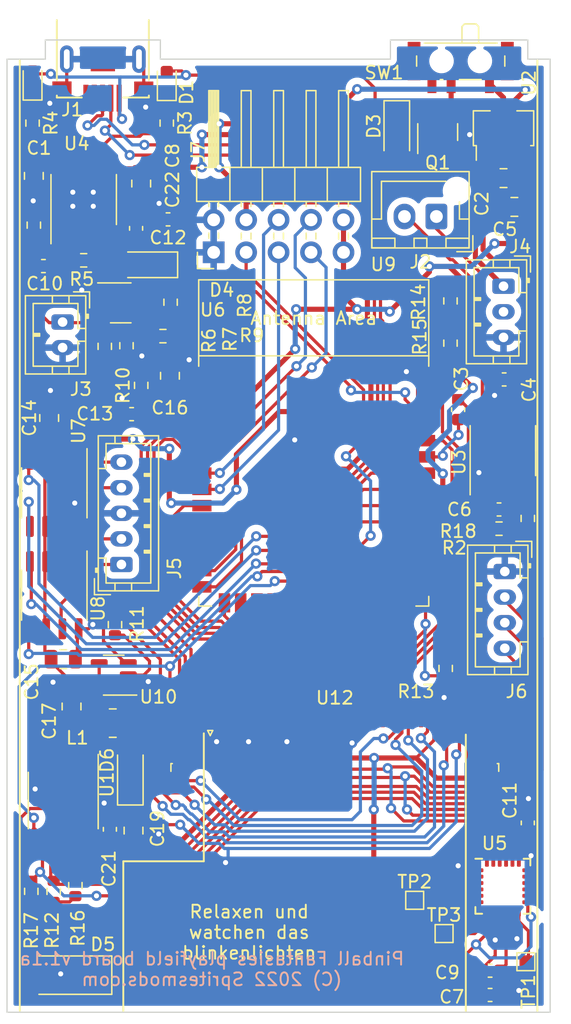
<source format=kicad_pcb>
(kicad_pcb (version 20211014) (generator pcbnew)
  (layers (0 "F.Cu" signal) (31 "B.Cu" signal) (34 "B.Paste" user) (35 "F.Paste" user) (36 "B.SilkS" user "B.Silkscreen") (37 "F.SilkS" user "F.Silkscreen") (38 "B.Mask" user) (39 "F.Mask" user) (44 "Edge.Cuts" user))
  (net 0 "")
  (net 1 "Net-(C1-Pad1)")
  (net 2 "GND")
  (net 3 "VBAT")
  (net 4 "Net-(C3-Pad1)")
  (net 5 "AUDIO")
  (net 6 "+3V3")
  (net 7 "Net-(C6-Pad1)")
  (net 8 "Net-(C8-Pad1)")
  (net 9 "Net-(C9-Pad1)")
  (net 10 "Net-(C10-Pad1)")
  (net 11 "Net-(C10-Pad2)")
  (net 12 "Net-(C11-Pad1)")
  (net 13 "PLUNGER_ANA")
  (net 14 "Net-(C13-Pad1)")
  (net 15 "MLCD_A")
  (net 16 "Net-(D1-Pad1)")
  (net 17 "Net-(D2-Pad1)")
  (net 18 "Net-(D3-Pad1)")
  (net 19 "Net-(D4-Pad2)")
  (net 20 "Net-(D6-Pad2)")
  (net 21 "USB_DM")
  (net 22 "USB_DP")
  (net 24 "Net-(J2-Pad1)")
  (net 25 "Net-(J2-Pad2)")
  (net 26 "LCD_RESET")
  (net 27 "SPI_CS_LCD0")
  (net 28 "SPI_DC")
  (net 29 "SPI_SCK")
  (net 30 "SPI_MOSI")
  (net 31 "Net-(R3-Pad2)")
  (net 32 "Net-(R4-Pad2)")
  (net 33 "Net-(R5-Pad1)")
  (net 34 "Net-(R8-Pad2)")
  (net 35 "MLCD_K")
  (net 36 "RIN_V")
  (net 37 "I2C_SDA")
  (net 38 "I2C_SCL")
  (net 40 "Net-(TP1-Pad1)")
  (net 41 "Net-(TP2-Pad1)")
  (net 42 "Net-(TP3-Pad1)")
  (net 43 "SW_START")
  (net 45 "FIN_H")
  (net 46 "RIN_H")
  (net 47 "FIN_V")
  (net 48 "SPI_CS_LCD1")
  (net 49 "LCD_PCLK")
  (net 50 "LCD_DE")
  (net 51 "LCD_VSYNC")
  (net 52 "LCD_HSYNC")
  (net 53 "LCD_D1")
  (net 54 "LCD_D2")
  (net 55 "LCD_D3")
  (net 56 "LCD_D4")
  (net 57 "LCD_D5")
  (net 58 "LCD_D6")
  (net 59 "LCD_D7")
  (net 60 "LCD_D8")
  (net 61 "LCD_D9")
  (net 62 "LCD_D10")
  (net 63 "LCD_D11")
  (net 64 "LCD_D13")
  (net 65 "LCD_D14")
  (net 66 "LCD_D15")
  (net 67 "LCD_D16")
  (net 68 "LCD_D17")
  (net 77 "SW_FLIPL")
  (net 78 "SW_FLIPR")
  (net 84 "Net-(J5-Pad1)")
  (net 85 "Net-(J5-Pad2)")
  (net 86 "Net-(J5-Pad4)")
  (net 87 "Net-(J5-Pad5)")
  (net 88 "Net-(U3-Pad4)")
  (footprint "Diode_SMD:D_MELF" (layer "F.Cu") (at 154.9 111.6 180)
    (fp_text reference "D5")
    (fp_text value "12V zener")
  )
  (footprint "Resistor_SMD:R_0603_1608Metric" (layer "F.Cu") (at 157.65 62.45 90)
    (fp_text reference "R6")
    (fp_text value "10K")
  )
  (footprint "Resistor_SMD:R_0603_1608Metric" (layer "F.Cu") (at 190.75 75.9 90)
    (fp_text reference "R2")
    (fp_text value "10K")
  )
  (footprint "Resistor_SMD:R_0603_1608Metric" (layer "F.Cu") (at 159.35 62.4 -90)
    (fp_text reference "R7")
    (fp_text value "10K")
  )
  (footprint "Resistor_SMD:R_0603_1608Metric" (layer "F.Cu") (at 162.5 45 -90)
    (fp_text reference "R3")
    (fp_text value "1K")
  )
  (footprint "Resistor_SMD:R_0603_1608Metric" (layer "F.Cu") (at 156 55.725)
    (fp_text reference "R5")
    (fp_text value "2K7")
  )
  (footprint "LED_SMD:LED_0603_1608Metric" (layer "F.Cu") (at 152 41.7125 90)
    (fp_text reference "D2" hide)
    (fp_text value "LED")
  )
  (footprint "Resistor_SMD:R_0603_1608Metric" (layer "F.Cu") (at 153.65 105.05 90)
    (fp_text reference "R17")
    (fp_text value "10K")
  )
  (footprint "Resistor_SMD:R_0603_1608Metric" (layer "F.Cu") (at 188.5 76.7 180)
    (fp_text reference "R18")
    (fp_text value "10K")
  )
  (footprint "Package_TO_SOT_SMD:SOT-23" (layer "F.Cu") (at 183.7 45.7 90)
    (fp_text reference "Q1")
    (fp_text value "AO3401")
  )
  (footprint "Resistor_SMD:R_0603_1608Metric" (layer "F.Cu") (at 152 45 -90)
    (fp_text reference "R4")
    (fp_text value "1K")
  )
  (footprint "Package_SO:SOP-8_3.9x4.9mm_P1.27mm" (layer "F.Cu") (at 153.7 73.9 -90)
    (fp_text reference "U7")
    (fp_text value "BD6211")
  )
  (footprint "Resistor_SMD:R_0603_1608Metric" (layer "F.Cu") (at 152.1 52.975 90)
    (fp_text reference "R1" hide)
    (fp_text value "10K")
  )
  (footprint "Resistor_SMD:R_0603_1608Metric" (layer "F.Cu") (at 162.2 61.65)
    (fp_text reference "R9")
    (fp_text value "10K")
  )
  (footprint "Capacitor_SMD:C_0805_2012Metric" (layer "F.Cu") (at 154.4 86.9)
    (fp_text reference "C15")
    (fp_text value "10u")
  )
  (footprint "Capacitor_SMD:C_0603_1608Metric" (layer "F.Cu") (at 162.6 52.525 180)
    (fp_text reference "C12")
    (fp_text value "1u")
  )
  (footprint "Connector_JST:JST_PH_B5B-PH-K_1x05_P2.00mm_Vertical" (layer "F.Cu") (at 158.95 79.5 90)
    (fp_text reference "J5")
    (fp_text value "Conn_01x05_Female")
  )
  (footprint "Connector_JST:JST_PH_B3B-PH-K_1x03_P2.00mm_Vertical" (layer "F.Cu") (at 188.85 57.75 -90)
    (fp_text reference "J4")
    (fp_text value "Conn_01x03_Female")
  )
  (footprint "Capacitor_SMD:C_0805_2012Metric" (layer "F.Cu") (at 152.1 49.125 -90)
    (fp_text reference "C1")
    (fp_text value "10u")
  )
  (footprint "Resistor_SMD:R_0603_1608Metric" (layer "F.Cu") (at 184.325 87.625 -90)
    (fp_text reference "R13")
    (fp_text value "10K")
  )
  (footprint "Capacitor_SMD:C_0603_1608Metric" (layer "F.Cu") (at 158.05 100.2 90)
    (fp_text reference "C21")
    (fp_text value "100n")
  )
  (footprint "Button_Switch_SMD:SW_SPDT_PCM12" (layer "F.Cu") (at 185.5 40.475 180)
    (fp_text reference "SW1")
    (fp_text value "SW_SPDT")
  )
  (footprint "Capacitor_SMD:C_0805_2012Metric" (layer "F.Cu") (at 189.7 51.55 180)
    (fp_text reference "C5")
    (fp_text value "10u")
  )
  (footprint "Resistor_SMD:R_0603_1608Metric" (layer "F.Cu") (at 184.7 62.2 -90)
    (fp_text reference "R15")
    (fp_text value "2K7")
  )
  (footprint "Package_TO_SOT_SMD:SOT-23-5" (layer "F.Cu") (at 158.9 59.05)
    (fp_text reference "U6")
    (fp_text value "MCP6001-OT")
  )
  (footprint "Capacitor_SMD:C_0805_2012Metric" (layer "F.Cu") (at 155.05 90.6 90)
    (fp_text reference "C17")
    (fp_text value "10u")
  )
  (footprint "Connector_JST:JST_PH_B2B-PH-K_1x02_P2.00mm_Vertical" (layer "F.Cu") (at 154.35 60.55 -90)
    (fp_text reference "J3")
    (fp_text value "Conn_01x02_Female")
  )
  (footprint "Capacitor_SMD:C_0603_1608Metric" (layer "F.Cu") (at 187.8 111.25 180)
    (fp_text reference "C9")
    (fp_text value "100n")
  )
  (footprint "Package_SO:SOP-8_3.9x4.9mm_P1.27mm" (layer "F.Cu") (at 153.7 81.9 -90)
    (fp_text reference "U8")
    (fp_text value "BD6211")
  )
  (footprint "Capacitor_SMD:C_0603_1608Metric" (layer "F.Cu") (at 188.5 75.2 180)
    (fp_text reference "C6")
    (fp_text value "1u")
  )
  (footprint "Connector_JST:JST_PH_B4B-PH-K_1x04_P2.00mm_Vertical" (layer "F.Cu") (at 188.95 80.05 -90)
    (fp_text reference "J6")
    (fp_text value "Conn_01x04_Female")
  )
  (footprint "Diode_SMD:D_SOD-123" (layer "F.Cu") (at 161.1 56.075 180)
    (fp_text reference "D4")
    (fp_text value "MBR0520")
  )
  (footprint "TestPoint:TestPoint_Pad_1.0x1.0mm" (layer "F.Cu") (at 190.6 110.55)
    (fp_text reference "TP1")
    (fp_text value "TestPoint")
  )
  (footprint "Capacitor_SMD:C_0805_2012Metric" (layer "F.Cu") (at 159.9 100.3 -90)
    (fp_text reference "C19")
    (fp_text value "10u")
  )
  (footprint "Package_TO_SOT_SMD:SOT-23-5" (layer "F.Cu") (at 158.35 88.15 180)
    (fp_text reference "U10")
    (fp_text value "XR2203")
  )
  (footprint "Capacitor_SMD:C_0603_1608Metric" (layer "F.Cu") (at 152.85 56.175)
    (fp_text reference "C10")
    (fp_text value "1u")
  )
  (footprint "Capacitor_SMD:C_0603_1608Metric" (layer "F.Cu") (at 187.8 113.15)
    (fp_text reference "C7")
    (fp_text value "1u")
  )
  (footprint "Connector_JST:JST_XH_B2B-XH-AM_1x02_P2.50mm_Vertical" (layer "F.Cu") (at 183.6 52.3 180)
    (fp_text reference "J2")
    (fp_text value "Conn_01x02_Female")
  )
  (footprint "Connector_PinHeader_2.54mm:PinHeader_2x05_P2.54mm_Horizontal" (layer "F.Cu") (at 166.17 55.1 90)
    (fp_text reference "J7")
    (fp_text value "Conn_01x10_Female")
  )
  (footprint "Espressif:ESP32-S3-WROOM-1" (layer "F.Cu") (at 174 73)
    (fp_text reference "U9")
    (fp_text value "ESP32-S3-WROOM-1")
  )
  (footprint "jeroens_lib:USB_Micro-B_China_MK5P" (layer "F.Cu") (at 157.5 40 180)
    (fp_text reference "J1")
    (fp_text value "USB_B_Micro")
  )
  (footprint "Capacitor_SMD:C_0603_1608Metric" (layer "F.Cu") (at 190.75 99.7 90)
    (fp_text reference "C11")
    (fp_text value "2n2")
  )
  (footprint "Capacitor_SMD:C_0603_1608Metric" (layer "F.Cu") (at 185.3 67.4 -90)
    (fp_text reference "C3")
    (fp_text value "1u")
  )
  (footprint "Capacitor_SMD:C_0603_1608Metric" (layer "F.Cu") (at 188.89952 65.035951 180)
    (fp_text reference "C4")
    (fp_text value "1u")
  )
  (footprint "Diode_SMD:D_SOD-123" (layer "F.Cu") (at 180.5 45.5 -90)
    (fp_text reference "D3")
    (fp_text value "MBR0520")
  )
  (footprint "Package_TO_SOT_SMD:SOT-89-3" (layer "F.Cu") (at 188.85 45.7 90)
    (fp_text reference "U2")
    (fp_text value "HT7833_SOT89")
  )
  (footprint "Resistor_SMD:R_0603_1608Metric" (layer "F.Cu") (at 184.7 58.9 90)
    (fp_text reference "R14")
    (fp_text value "2K7")
  )
  (footprint "LED_SMD:LED_0603_1608Metric" (layer "F.Cu") (at 162.5 41.75 90)
    (fp_text reference "D1")
    (fp_text value "LED")
  )
  (footprint "Resistor_SMD:R_0603_1608Metric" (layer "F.Cu") (at 158.45 84.2 -90)
    (fp_text reference "R11")
    (fp_text value "60R")
  )
  (footprint "Capacitor_SMD:C_0805_2012Metric" (layer "F.Cu") (at 153.3 68.05 90)
    (fp_text reference "C14")
    (fp_text value "10u")
  )
  (footprint "jeroens_lib:TE_4-1734839-0_1x40-1MP_P0.5mm_Horizontal_Reversed" (layer "F.Cu") (at 175.65 93.025)
    (fp_text reference "U12")
    (fp_text value "LCD_TL030NHV03")
  )
  (footprint "Resistor_SMD:R_0603_1608Metric" (layer "F.Cu") (at 160.5 65.5 90)
    (fp_text reference "R10")
    (fp_text value "10K")
  )
  (footprint "Package_SO:SOP-8_3.9x4.9mm_P1.27mm" (layer "F.Cu") (at 188.8 70.6 90)
    (fp_text reference "U3")
    (fp_text value "NS8002")
  )
  (footprint "Resistor_SMD:R_0603_1608Metric" (layer "F.Cu") (at 155.35 104.6 90)
    (fp_text reference "R16")
    (fp_text value "10K")
  )
  (footprint "Diode_SMD:D_SOD-123" (layer "F.Cu") (at 159.65 96.05 90)
    (fp_text reference "D6")
    (fp_text value "MBR0520")
  )
  (footprint "Capacitor_SMD:C_0805_2012Metric" (layer "F.Cu") (at 162.75 64.75 90)
    (fp_text reference "C16")
    (fp_text value "10u")
  )
  (footprint "TestPoint:TestPoint_Pad_1.0x1.0mm" (layer "F.Cu") (at 181.9 105.75)
    (fp_text reference "TP2")
    (fp_text value "TestPoint")
  )
  (footprint "Capacitor_SMD:C_0603_1608Metric" (layer "F.Cu") (at 159.75 67.75 180)
    (fp_text reference "C13")
    (fp_text value "1u")
  )
  (footprint "Resistor_SMD:R_0603_1608Metric" (layer "F.Cu") (at 162.8 59 -90)
    (fp_text reference "R8")
    (fp_text value "100K")
  )
  (footprint "Capacitor_SMD:C_0805_2012Metric" (layer "F.Cu") (at 160.5 49.725 -90)
    (fp_text reference "C8")
    (fp_text value "10u")
  )
  (footprint "Sensor_Motion:InvenSense_QFN-24_4x4mm_P0.5mm" (layer "F.Cu") (at 188.8 104.65)
    (fp_text reference "U5")
    (fp_text value "MPU-6050")
  )
  (footprint "Inductor_SMD:L_1008_2520Metric" (layer "F.Cu") (at 158.275 91.9)
    (fp_text reference "L1")
    (fp_text value "4u7")
  )
  (footprint "Resistor_SMD:R_0603_1608Metric" (layer "F.Cu") (at 151.9 105.05 90)
    (fp_text reference "R12")
    (fp_text value "10K")
  )
  (footprint "Package_SO:SOIC-8-1EP_3.9x4.9mm_P1.27mm_EP2.29x3mm" (layer "F.Cu") (at 156 50.975 90)
    (fp_text reference "U4")
    (fp_text value "TP4056")
  )
  (footprint "Capacitor_SMD:C_0805_2012Metric" (layer "F.Cu") (at 188.85 49.3 180)
    (fp_text reference "C2")
    (fp_text value "10u")
  )
  (footprint "Package_SO:TSSOP-16_4.4x5mm_P0.65mm" (layer "F.Cu") (at 154.4 97.95 -90)
    (fp_text reference "U1")
    (fp_text value "TCA9534")
  )
  (footprint "Capacitor_SMD:C_0603_1608Metric" (layer "F.Cu") (at 160.1 53.225 90)
    (fp_text reference "C22")
    (fp_text value "1u")
  )
  (footprint "TestPoint:TestPoint_Pad_1.0x1.0mm" (layer "F.Cu") (at 184.2 108.35)
    (fp_text reference "TP3")
    (fp_text value "TestPoint")
  )
  (gr_line (start 165.4 102.7) (end 159.1 102.7) (layer "F.SilkS") (width 0.15))
  (gr_line (start 185.9 114.4) (end 185.9 92.8) (layer "F.SilkS") (width 0.15))
  (gr_line (start 165.4 92.7) (end 165.4 102.7) (layer "F.SilkS") (width 0.15))
  (gr_line (start 191.5 114.4) (end 191.5 40.1) (layer "F.SilkS") (width 0.15))
  (gr_line (start 159.1 102.7) (end 159.1 114.4) (layer "F.SilkS") (width 0.15))
  (gr_line (start 151 40.1) (end 151 114.375) (layer "F.SilkS") (width 0.15))
  (gr_line (start 180 38.5) (end 190.75 38.5) (layer "Edge.Cuts") (width 0.1))
  (gr_line (start 180 38.5) (end 180 40) (layer "Edge.Cuts") (width 0.1))
  (gr_line (start 153 40) (end 153 38.5) (layer "Edge.Cuts") (width 0.1))
  (gr_line (start 190.75 40) (end 190.75 38.5) (layer "Edge.Cuts") (width 0.1))
  (gr_line (start 150 40) (end 150 114.5) (layer "Edge.Cuts") (width 0.1))
  (gr_line (start 192.5 40) (end 190.75 40) (layer "Edge.Cuts") (width 0.1))
  (gr_line (start 153 38.5) (end 162 38.5) (layer "Edge.Cuts") (width 0.1))
  (gr_line (start 150 40) (end 153 40) (layer "Edge.Cuts") (width 0.1))
  (gr_line (start 150 114.5) (end 192.5 114.5) (layer "Edge.Cuts") (width 0.1))
  (gr_line (start 162 40) (end 180 40) (layer "Edge.Cuts") (width 0.1))
  (gr_line (start 192.5 114.5) (end 192.5 40) (layer "Edge.Cuts") (width 0.1))
  (gr_line (start 162 38.5) (end 162 40) (layer "Edge.Cuts") (width 0.1))
  (gr_text "Pinball Fantasies playfield board v1.1a\n(C) 2022 Spritesmods.com" (at 166.025 111.125) (layer "B.SilkS") (effects (font (size 1 1)) (justify mirror)))
  (gr_text "Relaxen und\nwatchen das\nblinkenlichten" (at 168.95 108.25) (layer "F.SilkS") (effects (font (size 1 1))))
  (segment (start 152.1 53.875) (end 153.45 55.225) (width 0.25) (layer "F.Cu") (net 1))
  (segment (start 157.6 56.725) (end 158.1 56.225) (width 0.25) (layer "F.Cu") (net 1))
  (segment (start 153.25 48.175) (end 153.77 48.175) (width 0.25) (layer "F.Cu") (net 1))
  (segment (start 163.675 40.925) (end 164 41.25) (width 0.25) (layer "F.Cu") (net 1))
  (segment (start 152.1906 41.1531) (end 152 40.9625) (width 0.25) (layer "F.Cu") (net 1))
  (segment (start 151.1 41.25) (end 151.1 47.175) (width 0.25) (layer "F.Cu") (net 1))
  (segment (start 180.5 47.15) (end 182.2375 47.15) (width 0.25) (layer "F.Cu") (net 1))
  (segment (start 152.1 53.8) (end 153.25 52.65) (width 0.25) (layer "F.Cu") (net 1))
  (segment (start 177.75 41.25) (end 178.8 42.3) (width 0.25) (layer "F.Cu") (net 1))
  (segment (start 153.927138 55.225) (end 154.45048 55.748342) (width 0.25) (layer "F.Cu") (net 1))
  (segment (start 178.8 45.45) (end 180.5 47.15) (width 0.25) (layer "F.Cu") (net 1))
  (segment (start 158.1 53.645) (end 157.905 53.45) (width 0.25) (layer "F.Cu") (net 1))
  (segment (start 151.425 40.925) (end 151.1 41.25) (width 0.25) (layer "F.Cu") (net 1))
  (segment (start 164 41.25) (end 177.75 41.25) (width 0.25) (layer "F.Cu") (net 1))
  (segment (start 153.45 55.225) (end 153.927138 55.225) (width 0.25) (layer "F.Cu") (net 1))
  (segment (start 152 40.925) (end 151.425 40.925) (width 0.25) (layer "F.Cu") (net 1))
  (segment (start 182.2375 47.15) (end 182.75 46.6375) (width 0.25) (layer "F.Cu") (net 1))
  (segment (start 158.775 43.05) (end 158.775 44.450402) (width 0.25) (layer "F.Cu") (net 1))
  (segment (start 153.25 52.65) (end 153.25 48.175) (width 0.25) (layer "F.Cu") (net 1))
  (segment (start 152.1 48.175) (end 153.25 48.175) (width 0.25) (layer "F.Cu") (net 1))
  (segment (start 162.5 40.925) (end 163.675 40.925) (width 0.25) (layer "F.Cu") (net 1))
  (segment (start 158.1 56.225) (end 158.1 53.645) (width 0.25) (layer "F.Cu") (net 1))
  (segment (start 154.45048 56.217263) (end 154.958217 56.725) (width 0.25) (layer "F.Cu") (net 1))
  (segment (start 154.45048 55.748342) (end 154.45048 56.217263) (width 0.25) (layer "F.Cu") (net 1))
  (segment (start 154.958217 56.725) (end 157.6 56.725) (width 0.25) (layer "F.Cu") (net 1))
  (segment (start 178.8 42.3) (end 178.8 45.45) (width 0.25) (layer "F.Cu") (net 1))
  (segment (start 152.1 53.8) (end 152.1 53.875) (width 0.25) (layer "F.Cu") (net 1))
  (segment (start 153.427729 41.1531) (end 152.1906 41.1531) (width 0.25) (layer "F.Cu") (net 1))
  (segment (start 151.1 47.175) (end 152.1 48.175) (width 0.25) (layer "F.Cu") (net 1))
  (segment (start 158.775 44.450402) (end 158.997296 44.672698) (width 0.25) (layer "F.Cu") (net 1))
  (via (at 164 41.25) (size 0.8) (drill 0.4) (layers "F.Cu" "B.Cu") (net 1))
  (via (at 158.997296 44.672698) (size 0.8) (drill 0.4) (layers "F.Cu" "B.Cu") (net 1))
  (via (at 153.427729 41.1531) (size 0.8) (drill 0.4) (layers "F.Cu" "B.Cu") (net 1))
  (segment (start 164 41.25) (end 163.85048 41.39952) (width 0.25) (layer "B.Cu") (net 1))
  (segment (start 158.825479 44.500881) (end 158.997296 44.672698) (width 0.25) (layer "B.Cu") (net 1))
  (segment (start 153.674149 41.39952) (end 153.427729 41.1531) (width 0.25) (layer "B.Cu") (net 1))
  (segment (start 163.85048 41.39952) (end 158.89952 41.39952) (width 0.25) (layer "B.Cu") (net 1))
  (segment (start 158.89952 41.39952) (end 158.825479 41.473561) (width 0.25) (layer "B.Cu") (net 1))
  (segment (start 158.825479 41.473561) (end 158.825479 44.500881) (width 0.25) (layer "B.Cu") (net 1))
  (segment (start 158.89952 41.39952) (end 153.674149 41.39952) (width 0.25) (layer "B.Cu") (net 1))
  (segment (start 188.14952 67.95952) (end 188.165 67.975) (width 0.4) (layer "F.Cu") (net 2))
  (segment (start 165.9 92.85) (end 166.4 93.35) (width 0.25) (layer "F.Cu") (net 2))
  (segment (start 183.9 90.2) (end 184.2 89.9) (width 0.25) (layer "F.Cu") (net 2))
  (segment (start 171.1 72.46) (end 171.1 71.06) (width 0.25) (layer "F.Cu") (net 2))
  (segment (start 188.14952 66.285951) (end 188.14952 67.95952) (width 0.4) (layer "F.Cu") (net 2))
  (segment (start 159.65 101.25) (end 161.185144 101.25) (width 0.25) (layer "F.Cu") (net 2))
  (segment (start 188.55 108.5) (end 188.2 108.85) (width 0.25) (layer "F.Cu") (net 2))
  (segment (start 165.9 91.675) (end 165.9 92.85) (width 0.25) (layer "F.Cu") (net 2))
  (segment (start 160.1 52.45) (end 161.75 52.45) (width 0.25) (layer "F.Cu") (net 2))
  (segment (start 156.125 96.775) (end 155.85 97.05) (width 0.25) (layer "F.Cu") (net 2))
  (segment (start 187.35 48.75) (end 187.9 49.3) (width 0.4) (layer "F.Cu") (net 2))
  (segment (start 154.095 53.45) (end 154.095 52.88) (width 0.25) (layer "F.Cu") (net 2))
  (segment (start 188.55 106.4) (end 188.55 108.5) (width 0.25) (layer "F.Cu") (net 2))
  (segment (start 156.85 59.05) (end 155.85 58.05) (width 0.25) (layer "F.Cu") (net 2))
  (segment (start 156.635 53.45) (end 156.75 51.5) (width 0.25) (layer "F.Cu") (net 2))
  (segment (start 190.8 98.875) (end 190.8 97.8) (width 0.25) (layer "F.Cu") (net 2))
  (segment (start 161.15 87.05) (end 161.15 87.7) (width 0.25) (layer "F.Cu") (net 2))
  (segment (start 185.65 103.4) (end 185.3 103.05) (width 0.25) (layer "F.Cu") (net 2))
  (segment (start 156.175 43.05) (end 155.11 43.05) (width 0.25) (layer "F.Cu") (net 2))
  (segment (start 152.1 51.025) (end 152.05 51.075) (width 0.25) (layer "F.Cu") (net 2))
  (segment (start 168.9 91.675) (end 168.9 93.35) (width 0.25) (layer "F.Cu") (net 2))
  (segment (start 173.9 71.06) (end 173.9 72.46) (width 0.25) (layer "F.Cu") (net 2))
  (segment (start 156.025 95.0875) (end 156.025 96.675) (width 0.25) (layer "F.Cu") (net 2))
  (segment (start 160.7 42.25) (end 160.7 40.375) (width 0.25) (layer "F.Cu") (net 2))
  (segment (start 187.35 47.05) (end 186.2 45.9) (width 0.4) (layer "F.Cu") (net 2))
  (segment (start 154.095 52.88) (end 155.15 51.5) (width 0.25) (layer "F.Cu") (net 2))
  (segment (start 154.55 89.65) (end 153.6 88.7) (width 0.25) (layer "F.Cu") (net 2))
  (segment (start 182.435 64.425) (end 182.75 64.74) (width 0.25) (layer "F.Cu") (net 2))
  (segment (start 187.9 50.7) (end 188.75 51.55) (width 0.4) (layer "F.Cu") (net 2))
  (segment (start 156.675 95.0875) (end 156.675 96.225) (width 0.25) (layer "F.Cu") (net 2))
  (segment (start 171.1 73.86) (end 171.1 72.46) (width 0.25) (layer "F.Cu") (net 2))
  (segment (start 161.75 52.45) (end 161.825 52.525) (width 0.25) (layer "F.Cu") (net 2))
  (segment (start 172.5 69.774598) (end 172.512299 69.762299) (width 0.25) (layer "F.Cu") (net 2))
  (segment (start 190.75 102.519341) (end 191.005247 102.264094) (width 0.25) (layer "F.Cu") (net 2))
  (segment (start 154.3 42.24) (end 154.3 42.5) (width 0.4) (layer "F.Cu") (net 2))
  (segment (start 190.75 98.925) (end 190.8 98.875) (width 0.25) (layer "F.Cu") (net 2))
  (segment (start 160.7 43.6) (end 160.85 43.75) (width 0.4) (layer "F.Cu") (net 2))
  (segment (start 163.99 63.76) (end 164.25 63.5) (width 0.25) (layer "F.Cu") (net 2))
  (segment (start 155.505 76.525) (end 155.505 74.905) (width 0.25) (layer "F.Cu") (net 2))
  (segment (start 188.2 108.85) (end 188.2 110.075) (width 0.25) (layer "F.Cu") (net 2))
  (segment (start 156.825 53.64) (end 156.635 53.45) (width 0.25) (layer "F.Cu") (net 2))
  (segment (start 155.15 51.5) (end 156 50.975) (width 0.25) (layer "F.Cu") (net 2))
  (segment (start 152.1 51.125) (end 152.05 51.075) (width 0.25) (layer "F.Cu") (net 2))
  (segment (start 163.99 64.74) (end 163.69 64.74) (width 0.25) (layer "F.Cu") (net 2))
  (segment (start 187.9 49.3) (end 187.9 50.7) (width 0.4) (layer "F.Cu") (net 2))
  (segment (start 156.675 96.225) (end 156.125 96.775) (width 0.25) (layer "F.Cu") (net 2))
  (segment (start 155.375 95.0875) (end 155.375 96.975) (width 0.25) (layer "F.Cu") (net 2))
  (segment (start 154.675 40) (end 154.675 41.865) (width 0.25) (layer "F.Cu") (net 2))
  (segment (start 160.7 88.3) (end 161.05 88.65) (width 0.25) (layer "F.Cu") (net 2))
  (segment (start 188.2 110.075) (end 187.025 111.25) (width 0.25) (layer "F.Cu") (net 2))
  (segment (start 155.85 97.05) (end 155.3 97.05) (width 0.25) (layer "F.Cu") (net 2))
  (segment (start 161.825 51.35) (end 161.9 51.275) (width 0.25) (layer "F.Cu") (net 2))
  (segment (start 160.7 88.15) (end 160.7 88.3) (width 0.25) (layer "F.Cu") (net 2))
  (segment (start 181.25 64.425) (end 182.435 64.425) (width 0.25) (layer "F.Cu") (net 2))
  (segment (start 155.505 84.525) (end 155.505 86.745) (width 0.25) (layer "F.Cu") (net 2))
  (segment (start 189.7 113.15) (end 190.05 112.8) (width 0.25) (layer "F.Cu") (net 2))
  (segment (start 190.75 103.4) (end 190.75 102.519341) (width 0.25) (layer "F.Cu") (net 2))
  (segment (start 155.505 74.905) (end 155.3 74.7) (width 0.25) (layer "F.Cu") (net 2))
  (segment (start 153.3 66) (end 153.4 65.9) (width 0.25) (layer "F.Cu") (net 2))
  (segment (start 189.55 106.4) (end 189.55 108.4) (width 0.25) (layer "F.Cu") (net 2))
  (segment (start 156.825 55.725) (end 156.825 53.64) (width 0.25) (layer "F.Cu") (net 2))
  (segment (start 162.75 63.8) (end 162.75 61.925) (width 0.25) (layer "F.Cu") (net 2))
  (segment (start 186.9245 74.116276) (end 186.9245 72.320032) (width 0.25) (layer "F.Cu") (net 2))
  (segment (start 157.5 40) (end 160.325 40) (width 0.25) (layer "F.Cu") (net 2))
  (segment (start 153.3 67.1) (end 153.3 66) (width 0.25) (layer "F.Cu") (net 2))
  (segment (start 155.05 89.65) (end 154.55 89.65) (width 0.25) (layer "F.Cu") (net 2))
  (segment (start 155.3 97.05) (end 152.2 97.05) (width 0.25) (layer "F.Cu") (net 2))
  (segment (start 152.1 52.15) (end 152.1 51.125) (width 0.25) (layer "F.Cu") (net 2))
  (segment (start 159.4875 88.15) (end 160.7 88.15) (width 0.25) (layer "F.Cu") (net 2))
  (segment (start 173.9 72.46) (end 173.9 73.86) (width 0.25) (layer "F.Cu") (net 2))
  (segment (start 161.3 50.675) (end 161.9 51.275) (width 0.25) (layer "F.Cu") (net 2))
  (segment (start 163.69 64.74) (end 162.75 63.8) (width 0.25) (layer "F.Cu") (net 2))
  (segment (start 159.35 63.225) (end 160.525 63.225) (width 0.25) (layer "F.Cu") (net 2))
  (segment (start 171.1 72.46) (end 172.5 72.46) (width 0.25) (layer "F.Cu") (net 2))
  (segment (start 187.925 75.116776) (end 186.9245 74.116276) (width 0.25) (layer "F.Cu") (net 2))
  (segment (start 171.9 91.675) (end 171.9 93.35) (width 0.25) (layer "F.Cu") (net 2))
  (segment (start 172.5 71.06) (end 172.5 69.774598) (width 0.25) (layer "F.Cu") (net 2))
  (segment (start 152.5 111.6) (end 154.1 111.6) (width 0.25) (layer "F.Cu") (net 2))
  (segment (start 155.505 86.745) (end 155.35 86.9) (width 0.25) (layer "F.Cu") (net 2))
  (segment (start 158.975 66.525) (end 159 66.5) (width 0.25) (layer "F.Cu") (net 2))
  (segment (start 156.635 51.61) (end 156 50.975) (width 0.25) (layer "F.Cu") (net 2))
  (segment (start 158.975 67.75) (end 158.975 66.525) (width 0.25) (layer "F.Cu") (net 2))
  (segment (start 159.125 85.025) (end 161.15 87.05) (width 0.25) (layer "F.Cu") (net 2))
  (segment (start 154.3 42.5) (end 153.35 43.45) (width 0.4) (layer "F.Cu") (net 2))
  (segment (start 163.99 64.74) (end 163.99 63.76) (width 0.25) (layer "F.Cu") (net 2))
  (segment (start 186.85 103.4) (end 185.65 103.4) (width 0.25) (layer "F.Cu") (net 2))
  (segment (start 187.35 47.35) (end 187.35 48.75) (width 0.4) (layer "F.Cu") (net 2))
  (segment (start 183.9 91.675) (end 183.9 90.2) (width 0.25) (layer "F.Cu") (net 2))
  (segment (start 156.75 51.5) (end 156.635 51.61) (width 0.25) (layer "F.Cu") (net 2))
  (segment (start 156.025 96.675) (end 156.125 96.775) (width 0.25) (layer "F.Cu") (net 2))
  (segment (start 158.05 98.6) (end 157.6 98.15) (width 0.25) (layer "F.Cu") (net 2))
  (segment (start 158.45 85.025) (end 159.125 85.025) (width 0.25) (layer "F.Cu") (net 2))
  (segment (start 155.375 96.975) (end 155.3 97.05) (width 0.25) (layer "F.Cu") (net 2))
  (segment (start 155.11 43.05) (end 154.3 42.24) (width 0.25) (layer "F.Cu") (net 2))
  (segment (start 160.5 50.675) (end 161.3 50.675) (width 0.25) (layer "F.Cu") (net 2))
  (segment (start 161.185144 101.25) (end 161.871159 100.563985) (width 0.25) (layer "F.Cu") (net 2))
  (segment (start 154.1 111.6) (end 154.2 111.5) (width 0.25) (layer "F.Cu") (net 2))
  (segment (start 172.5 72.46) (end 173.9 72.46) (width 0.25) (layer "F.Cu") (net 2))
  (segment (start 188.575 113.15) (end 189.7 113.15) (width 0.25) (layer "F.Cu") (net 2))
  (segment (start 152.125 95.0875) (end 152.125 96.975) (width 0.25) (layer "F.Cu") (net 2))
  (segment (start 177.9 92.55) (end 177 93.45) (width 0.25) (layer "F.Cu") (net 2))
  (segment (start 158.05 99.425) (end 158.05 98.6) (width 0.25) (layer "F.Cu") (net 2))
  (segment (start 172.5 71.06) (end 172.5 72.46) (width 0.25) (layer "F.Cu") (net 2))
  (segment (start 172.5 73.86) (end 172.5 72.46) (width 0.25) (layer "F.Cu") (net 2))
  (segment (start 155.505 84.525) (end 156.380626 84.525) (width 0.25) (layer "F.Cu") (net 2))
  (segment (start 152.1 50.075) (end 152.1 51.025) (width 0.25) (layer "F.Cu") (net 2))
  (segment (start 161.825 52.525) (end 161.825 51.35) (width 0.25) (layer "F.Cu") (net 2))
  (segment (start 188.12452 65.035951) (end 188.12452 66.260951) (width 0.4) (layer "F.Cu") (net 2))
  (segment (start 160.7 42.25) (end 160.7 43.6) (width 0.4) (layer "F.Cu") (net 2))
  (segment (start 162.75 61.925) (end 163.025 61.65) (width 0.25) (layer "F.Cu") (net 2))
  (segment (start 152.125 96.975) (end 152.2 97.05) (width 0.25) (layer "F.Cu") (net 2))
  (segment (start 160.7 40.375) (end 160.325 40) (width 0.25) (layer "F.Cu") (net 2))
  (segment (start 156.380626 84.525) (end 156.715112 84.190514) (width 0.25) (layer "F.Cu") (net 2))
  (segment (start 187.35 47.35) (end 187.35 47.05) (width 0.4) (layer "F.Cu") (net 2))
  (segment (start 154.675 40) (end 157.5 40) (width 0.25) (layer "F.Cu") (net 2))
  (segment (start 177.9 91.675) (end 177.9 92.55) (width 0.25) (layer "F.Cu") (net 2))
  (segment (start 160.7 88.15) (end 161.15 87.7) (width 0.25) (layer "F.Cu") (net 2))
  (segment (start 157.7625 59.05) (end 156.85 59.05) (width 0.25) (layer "F.Cu") (net 2))
  (segment (start 165.25 64.74) (end 163.99 64.74) (width 0.25) (layer "F.Cu") (net 2))
  (segment (start 189.55 108.4) (end 189.9 108.75) (width 0.25) (layer "F.Cu") (net 2))
  (segment (start 154.675 41.865) (end 154.3 42.24) (width 0.25) (layer "F.Cu") (net 2))
  (via (at 190.8 97.8) (size 0.8) (drill 0.4) (layers "F.Cu" "B.Cu") (net 2))
  (via (at 154.2 111.5) (size 0.8) (drill 0.4) (layers "F.Cu" "B.Cu") (net 2))
  (via (at 168.9 93.35) (size 0.8) (drill 0.4) (layers "F.Cu" "B.Cu") (net 2))
  (via (at 152.05 51.075) (size 0.8) (drill 0.4) (layers "F.Cu" "B.Cu") (net 2))
  (via (at 190.05 112.8) (size 0.8) (drill 0.4) (layers "F.Cu" "B.Cu") (net 2))
  (via (at 153.35 43.45) (size 0.8) (drill 0.4) (layers "F.Cu" "B.Cu") (net 2))
  (via (at 160.85 43.75) (size 0.8) (drill 0.4) (layers "F.Cu" "B.Cu") (net 2))
  (via (at 155.85 58.05) (size 0.8) (drill 0.4) (layers "F.Cu" "B.Cu") (net 2))
  (via (at 159 66.5) (size 0.8) (drill 0.4) (layers "F.Cu" "B.Cu") (net 2))
  (via (at 161.05 88.65) (size 0.8) (drill 0.4) (layers "F.Cu" "B.Cu") (net 2))
  (via (at 161.9 51.275) (size 0.8) (drill 0.4) (layers "F.Cu" "B.Cu") (net 2))
  (via (at 171.9 93.35) (size 0.8) (drill 0.4) (layers "F.Cu" "B.Cu") (net 2))
  (via (at 166.4 93.35) (size 0.8) (drill 0.4) (layers "F.Cu" "B.Cu") (net 2))
  (via (at 155.15 51.5) (size 0.8) (drill 0.4) (layers "F.Cu" "B.Cu") (net 2))
  (via (at 153.6 88.7) (size 0.8) (drill 0.4) (layers "F.Cu" "B.Cu") (net 2))
  (via (at 155.15 50.4) (size 0.8) (drill 0.4) (layers "F.Cu" "B.Cu") (net 2))
  (via (at 177 93.45) (size 0.8) (drill 0.4) (layers "F.Cu" "B.Cu") (net 2))
  (via (at 161.871159 100.563985) (size 0.8) (drill 0.4) (layers "F.Cu" "B.Cu") (net 2))
  (via (at 156.75 50.4) (size 0.8) (drill 0.4) (layers "F.Cu" "B.Cu") (net 2))
  (via (at 181.25 64.425) (size 0.8) (drill 0.4) (layers "F.Cu" "B.Cu") (net 2))
  (via (at 156.75 51.5) (size 0.8) (drill 0.4) (layers "F.Cu" "B.Cu") (net 2))
  (via (at 186.9245 72.320032) (size 0.8) (drill 0.4) (layers "F.Cu" "B.Cu") (net 2))
  (via (at 160.55 63.2) (size 0.8) (drill 0.4) (layers "F.Cu" "B.Cu") (net 2))
  (via (at 164.25 63.5) (size 0.8) (drill 0.4) (layers "F.Cu" "B.Cu") (net 2))
  (via (at 188.14952 66.285951) (size 0.8) (drill 0.4) (layers "F.Cu" "B.Cu") (net 2))
  (via (at 172.512299 69.762299) (size 0.8) (drill 0.4) (layers "F.Cu" "B.Cu") (net 2))
  (via (at 156.715112 84.190514) (size 0.8) (drill 0.4) (layers "F.Cu" "B.Cu") (net 2))
  (via (at 155.3 74.7) (size 0.8) (drill 0.4) (layers "F.Cu" "B.Cu") (net 2))
  (via (at 186.2 45.9) (size 0.8) (drill 0.4) (layers "F.Cu" "B.Cu") (net 2))
  (via (at 153.4 65.9) (size 0.8) (drill 0.4) (layers "F.Cu" "B.Cu") (net 2))
  (via (at 157.6 98.15) (size 0.8) (drill 0.4) (layers "F.Cu" "B.Cu") (net 2))
  (via (at 189.9 108.75) (size 0.8) (drill 0.4) (layers "F.Cu" "B.Cu") (net 2))
  (via (at 188.2 108.85) (size 0.8) (drill 0.4) (layers "F.Cu" "B.Cu") (net 2))
  (via (at 184.2 89.9) (size 0.8) (drill 0.4) (layers "F.Cu" "B.Cu") (net 2))
  (via (at 185.3 103.05) (size 0.8) (drill 0.4) (layers "F.Cu" "B.Cu") (net 2))
  (via (at 152.2 97.05) (size 0.8) (drill 0.4) (layers "F.Cu" "B.Cu") (net 2))
  (via (at 191.005247 102.264094) (size 0.8) (drill 0.4) (layers "F.Cu" "B.Cu") (net 2))
  (segment (start 157.2125 88.2875) (end 157.2125 87.2) (width 0.25) (layer "F.Cu") (net 3))
  (segment (start 175.2 69.5) (end 175.2 71.45) (width 0.4) (layer "F.Cu") (net 3))
  (segment (start 171.3 67.55) (end 173.25 67.55) (width 0.4) (layer "F.Cu") (net 3))
  (segment (start 152.965 86.415) (end 153.45 86.9) (width 0.25) (layer "F.Cu") (net 3))
  (segment (start 189.4 52.95) (end 187.95 52.95) (width 0.4) (layer "F.Cu") (net 3))
  (segment (start 175.2 71.45) (end 175.8 72.05) (width 0.4) (layer "F.Cu") (net 3))
  (segment (start 189.8 49.3) (end 189.75048 49.34952) (width 0.4) (layer "F.Cu") (net 3))
  (segment (start 188.05 55.7) (end 190.75 55.7) (width 0.4) (layer "F.Cu") (net 3))
  (segment (start 178.474511 70.225489) (end 178.474511 61.782741) (width 0.4) (layer "F.Cu") (net 3))
  (segment (start 173.25 67.55) (end 175.2 69.5) (width 0.4) (layer "F.Cu") (net 3))
  (segment (start 188.85 43.005) (end 188.85 47.2625) (width 0.4) (layer "F.Cu") (net 3))
  (segment (start 152.965 69.335) (end 153.3 69) (width 0.25) (layer "F.Cu") (net 3))
  (segment (start 153.45 86.9) (end 153.45 87.1) (width 0.25) (layer "F.Cu") (net 3))
  (segment (start 190.55 42.4) (end 188.85 44.1) (width 0.4) (layer "F.Cu") (net 3))
  (segment (start 190.75 55.7) (end 191.54952 56.49952) (width 0.4) (layer "F.Cu") (net 3))
  (segment (start 191.54952 63.160951) (end 189.67452 65.035951) (width 0.4) (layer "F.Cu") (net 3))
  (segment (start 187.95 52.95) (end 187.25 53.65) (width 0.4) (layer "F.Cu") (net 3))
  (segment (start 152.965 76.525) (end 152.965 79.275) (width 0.25) (layer "F.Cu") (net 3))
  (segment (start 153.45 87.1) (end 154.6375 88.2875) (width 0.25) (layer "F.Cu") (net 3))
  (segment (start 152.965 84.525) (end 152.965 86.415) (width 0.25) (layer "F.Cu") (net 3))
  (segment (start 152.965 71.275) (end 154.235 71.275) (width 0.25) (layer "F.Cu") (net 3))
  (segment (start 189.67452 65.035951) (end 189.435 65.275471) (width 0.4) (layer "F.Cu") (net 3))
  (segment (start 175.8 72.05) (end 176.65 72.05) (width 0.4) (layer "F.Cu") (net 3))
  (segment (start 167.95 73.65) (end 167.95 70.9) (width 0.4) (layer "F.Cu") (net 3))
  (segment (start 187.75 41.905) (end 188.85 43.005) (width 0.4) (layer "F.Cu") (net 3))
  (segment (start 152.965 79.275) (end 154.235 79.275) (width 0.25) (layer "F.Cu") (net 3))
  (segment (start 178.2 52.25) (end 177.11 51.16) (width 0.4) (layer "F.Cu") (net 3))
  (segment (start 162.85 74.7) (end 162.7 74.55) (width 0.4) (layer "F.Cu") (net 3))
  (segment (start 189.75048 49.34952) (end 189.75048 52.59952) (width 0.4) (layer "F.Cu") (net 3))
  (segment (start 189.435 65.275471) (end 189.435 67.975) (width 0.4) (layer "F.Cu") (net 3))
  (segment (start 157.2125 89.1) (end 157.2125 88.2875) (width 0.25) (layer "F.Cu") (net 3))
  (segment (start 187.25 53.65) (end 187.25 54.9) (width 0.4) (layer "F.Cu") (net 3))
  (segment (start 167.95 70.9) (end 171.3 67.55) (width 0.4) (layer "F.Cu") (net 3))
  (segment (start 166.6 48.45) (end 168.71 50.56) (width 0.4) (layer "F.Cu") (net 3))
  (segment (start 168.71 50.56) (end 168.71 51.16) (width 0.4) (layer "F.Cu") (net 3))
  (segment (start 154.6375 88.2875) (end 157.2125 88.2875) (width 0.25) (layer "F.Cu") (net 3))
  (segment (start 178.424511 61.732741) (end 178.424511 60.882741) (width 0.4) (layer "F.Cu") (net 3))
  (segment (start 191.54952 56.49952) (end 191.54952 63.160951) (width 0.4) (layer "F.Cu") (net 3))
  (segment (start 187.25 54.9) (end 188.05 55.7) (width 0.4) (layer "F.Cu") (net 3))
  (segment (start 188.85 48.35) (end 189.8 49.3) (width 0.4) (layer "F.Cu") (net 3))
  (segment (start 154 69.7) (end 153.3 69) (width 0.4) (layer "F.Cu") (net 3))
  (segment (start 152.965 71.275) (end 152.965 69.335) (width 0.25) (layer "F.Cu") (net 3))
  (segment (start 177.4 42.35) (end 174.7 45.05) (width 0.4) (layer "F.Cu") (net 3))
  (segment (start 152.965 71.275) (end 152.965 76.525) (width 0.25) (layer "F.Cu") (net 3))
  (segment (start 178.424511 60.882741) (end 178.2 60.65823) (width 0.4) (layer "F.Cu") (net 3))
  (segment (start 152.965 79.275) (end 152.965 84.525) (width 0.25) (layer "F.Cu") (net 3))
  (segment (start 157.2 89.1125) (end 157.2125 89.1) (width 0.25) (layer "F.Cu") (net 3))
  (segment (start 174.7 45.05) (end 166.6 45.05) (width 0.4) (layer "F.Cu") (net 3))
  (segment (start 156.85 91.55) (end 157.2 91.9) (width 0.25) (layer "F.Cu") (net 3))
  (segment (start 188.85 44.1) (end 188.85 47.2625) (width 0.4) (layer "F.Cu") (net 3))
  (segment (start 178.2 60.65823) (end 178.2 52.25) (width 0.4) (layer "F.Cu") (net 3))
  (segment (start 176.65 72.05) (end 178.474511 70.225489) (width 0.4) (layer "F.Cu") (net 3))
  (segment (start 155.05 91.55) (end 156.85 91.55) (width 0.25) (layer "F.Cu") (net 3))
  (segment (start 162.7 74.55) (end 162.7 70.45) (width 0.4) (layer "F.Cu") (net 3))
  (segment (start 177.11 51.16) (end 168.71 51.16) (width 0.4) (layer "F.Cu") (net 3))
  (segment (start 157.2 91.9) (end 157.2 89.1125) (width 0.25) (layer "F.Cu") (net 3))
  (segment (start 188.85 47.2625) (end 188.85 48.35) (width 0.4) (layer "F.Cu") (net 3))
  (segment (start 189.75048 52.59952) (end 189.4 52.95) (width 0.4) (layer "F.Cu") (net 3))
  (segment (start 159.85 69.7) (end 154 69.7) (width 0.4) (layer "F.Cu") (net 3))
  (segment (start 178.474511 61.782741) (end 178.424511 61.732741) (width 0.4) (layer "F.Cu") (net 3))
  (segment (start 168.71 51.16) (end 168.71 52.56) (width 0.4) (layer "F.Cu") (net 3))
  (via (at 159.85 69.7) (size 0.8) (drill 0.4) (layers "F.Cu" "B.Cu") (net 3))
  (via (at 162.7 70.45) (size 0.8) (drill 0.4) (layers "F.Cu" "B.Cu") (net 3))
  (via (at 166.6 48.45) (size 0.8) (drill 0.4) (layers "F.Cu" "B.Cu") (net 3))
  (via (at 162.85 74.7) (size 0.8) (drill 0.4) (layers "F.Cu" "B.Cu") (net 3))
  (via (at 177.4 42.35) (size 0.8) (drill 0.4) (layers "F.Cu" "B.Cu") (net 3))
  (via (at 190.55 42.4) (size 0.8) (drill 0.4) (layers "F.Cu" "B.Cu") (net 3))
  (via (at 166.6 45.05) (size 0.8) (drill 0.4) (layers "F.Cu" "B.Cu") (net 3))
  (via (at 167.95 73.65) (size 0.8) (drill 0.4) (layers "F.Cu" "B.Cu") (net 3))
  (segment (start 177.4 42.35) (end 188.25 42.35) (width 0.4) (layer "B.Cu") (net 3))
  (segment (start 162.7 70.45) (end 160.6 70.45) (width 0.4) (layer "B.Cu") (net 3))
  (segment (start 166.6 45.05) (end 166.6 48.45) (width 0.4) (layer "B.Cu") (net 3))
  (segment (start 188.25 42.35) (end 190.5 42.35) (width 0.4) (layer "B.Cu") (net 3))
  (segment (start 162.85 74.7) (end 166.9 74.7) (width 0.4) (layer "B.Cu") (net 3))
  (segment (start 166.9 74.7) (end 167.95 73.65) (width 0.4) (layer "B.Cu") (net 3))
  (segment (start 190.5 42.35) (end 190.55 42.4) (width 0.4) (layer "B.Cu") (net 3))
  (segment (start 160.6 70.45) (end 159.85 69.7) (width 0.4) (layer "B.Cu") (net 3))
  (segment (start 185.75 76.234746) (end 187.315254 77.8) (width 0.25) (layer "F.Cu") (net 4))
  (segment (start 189.675 77.8) (end 190.75 76.725) (width 0.25) (layer "F.Cu") (net 4))
  (segment (start 186.09952 67.29952) (end 186.09952 70.40048) (width 0.25) (layer "F.Cu") (net 4))
  (segment (start 185.425 66.625) (end 186.09952 67.29952) (width 0.25) (layer "F.Cu") (net 4))
  (segment (start 185.3 66.625) (end 185.425 66.625) (width 0.25) (layer "F.Cu") (net 4))
  (segment (start 187.315254 77.8) (end 189.675 77.8) (width 0.25) (layer "F.Cu") (net 4))
  (segment (start 186.09952 70.40048) (end 185.75 70.75) (width 0.25) (layer "F.Cu") (net 4))
  (segment (start 185.75 70.75) (end 185.75 76.234746) (width 0.25) (layer "F.Cu") (net 4))
  (segment (start 185.329372 68.204372) (end 185.329372 69.373794) (width 0.25) (layer "F.Cu") (net 5))
  (segment (start 182.75 71.09) (end 184.01 71.09) (width 0.25) (layer "F.Cu") (net 5))
  (segment (start 184.01 71.09) (end 184.1 71) (width 0.25) (layer "F.Cu") (net 5))
  (segment (start 185.3 68.175) (end 185.329372 68.204372) (width 0.25) (layer "F.Cu") (net 5))
  (via (at 185.329372 69.373794) (size 0.8) (drill 0.4) (layers "F.Cu" "B.Cu") (net 5))
  (via (at 184.1 71) (size 0.8) (drill 0.4) (layers "F.Cu" "B.Cu") (net 5))
  (segment (start 184.1 71) (end 184.1 70.603166) (width 0.25) (layer "B.Cu") (net 5))
  (segment (start 184.1 70.603166) (end 185.329372 69.373794) (width 0.25) (layer "B.Cu") (net 5))
  (segment (start 156.675 100.8125) (end 156.675 101.225) (width 0.4) (layer "F.Cu") (net 6))
  (segment (start 188.05 106.4) (end 188.05 107.8) (width 0.25) (layer "F.Cu") (net 6))
  (segment (start 190.65 53.3) (end 190.65 51.55) (width 0.4) (layer "F.Cu") (net 6))
  (segment (start 160.0375 58.1) (end 160.224511 57.912989) (width 0.25) (layer "F.Cu") (net 6))
  (segment (start 187.9 96.2) (end 189.55 94.55) (width 0.4) (layer "F.Cu") (net 6))
  (segment (start 185.425 86.8) (end 185.625 87) (width 0.25) (layer "F.Cu") (net 6))
  (segment (start 185.7 61.5) (end 185.7 64.95) (width 0.4) (layer "F.Cu") (net 6))
  (segment (start 189.539139 54.410861) (end 190.65 53.3) (width 0.4) (layer "F.Cu") (net 6))
  (segment (start 191.05 51.15) (end 190.65 51.55) (width 0.4) (layer "F.Cu") (net 6))
  (segment (start 153.65 105.875) (end 154.9 105.875) (width 0.25) (layer "F.Cu") (net 6))
  (segment (start 185.7 57.3) (end 185.7 59.6) (width 0.4) (layer "F.Cu") (net 6))
  (segment (start 158.9 59.2375) (end 158.9 60.3) (width 0.25) (layer "F.Cu") (net 6))
  (segment (start 160.224511 54.124511) (end 160.1 54) (width 0.25) (layer "F.Cu") (net 6))
  (segment (start 160.5 64.675) (end 161.725 64.675) (width 0.25) (layer "F.Cu") (net 6))
  (segment (start 184.6 56.2) (end 185.7 57.3) (width 0.4) (layer "F.Cu") (net 6))
  (segment (start 161.70048 64.65048) (end 161.725 64.675) (width 0.25) (layer "F.Cu") (net 6))
  (segment (start 178.7 98.65) (end 178.7 106.7) (width 0.4) (layer "F.Cu") (net 6))
  (segment (start 176.33 52.56) (end 176.33 55.1) (width 0.4) (layer "F.Cu") (net 6))
  (segment (start 151.799901 98.575499) (end 151.10048 99.27492) (width 0.25) (layer "F.Cu") (net 6))
  (segment (start 160.45 62.15) (end 160.75 62.45) (width 0.25) (layer "F.Cu") (net 6))
  (segment (start 155.475499 98.575499) (end 151.799901 98.575499) (width 0.25) (layer "F.Cu") (net 6))
  (segment (start 160.224511 57.912989) (end 160.224511 54.124511) (width 0.25) (layer "F.Cu") (net 6))
  (segment (start 151.10048 99.27492) (end 151.10048 105.07548) (width 0.25) (layer "F.Cu") (net 6))
  (segment (start 185.35 110.55) (end 186.7 109.2) (width 0.25) (layer "F.Cu") (net 6))
  (segment (start 158.05 100.975) (end 158.05 102.25) (width 0.25) (layer "F.Cu") (net 6))
  (segment (start 187.625489 89.625489) (end 186.675489 89.625489) (width 0.4) (layer "F.Cu") (net 6))
  (segment (start 161.25 62.45) (end 161.25048 62.44952) (width 0.25) (layer "F.Cu") (net 6))
  (segment (start 190.75 106.8) (end 191 107.05) (width 0.25) (layer "F.Cu") (net 6))
  (segment (start 160.5 64.675) (end 159.05 64.675) (width 0.25) (layer "F.Cu") (net 6))
  (segment (start 184.1 72.4) (end 184.1 76.6) (width 0.4) (layer "F.Cu") (net 6))
  (segment (start 183.4 91.675) (end 183.4 93.25) (width 0.25) (layer "F.Cu") (net 6))
  (segment (start 163.06 66.01) (end 162.75 65.7) (width 0.25) (layer "F.Cu") (net 6))
  (segment (start 185.7 64.95) (end 186.45 65.7) (width 0.4) (layer "F.Cu") (net 6))
  (segment (start 184.7 61.375) (end 185.575 61.375) (width 0.4) (layer "F.Cu") (net 6))
  (segment (start 178.7 106.7) (end 182.55 110.55) (width 0.4) (layer "F.Cu") (net 6))
  (segment (start 151.9 105.875) (end 153.65 105.875) (width 0.25) (layer "F.Cu") (net 6))
  (segment (start 186.675489 89.625489) (end 185.625 88.575) (width 0.4) (layer "F.Cu") (net 6))
  (segment (start 188.148407 54.410861) (end 189.539139 54.410861) (width 0.4) (layer "F.Cu") (net 6))
  (segment (start 159.95048 60.85048) (end 160.45 61.35) (width 0.25) (layer "F.Cu") (net 6))
  (segment (start 158.9 60.3) (end 159.45048 60.85048) (width 0.25) (layer "F.Cu") (net 6))
  (segment (start 169.19 66.01) (end 172.55 62.65) (width 0.4) (layer "F.Cu") (net 6))
  (segment (start 177.4 59.55) (end 172.6255 59.55) (width 0.4) (layer "F.Cu") (net 6))
  (segment (start 185.625 78.125) (end 185.625 87) (width 0.4) (layer "F.Cu") (net 6))
  (segment (start 187.025 113.15) (end 186.55 113.15) (width 0.25) (layer "F.Cu") (net 6))
  (segment (start 185.575 61.375) (end 185.7 61.5) (width 0.4) (layer "F.Cu") (net 6))
  (segment (start 183.05 56.626854) (end 183.05 56.2) (width 0.4) (layer "F.Cu") (net 6))
  (segment (start 161.725 64.675) (end 162.75 65.7) (width 0.25) (layer "F.Cu") (net 6))
  (segment (start 158.05 102.25) (end 158.1 102.3) (width 0.25) (layer "F.Cu") (net 6))
  (segment (start 183.05 56.2) (end 184.6 56.2) (width 0.4) (layer "F.Cu") (net 6))
  (segment (start 169.875 94.875) (end 170.125 94.625) (width 0.4) (layer "F.Cu") (net 6))
  (segment (start 184.1 76.6) (end 185.625 78.125) (width 0.4) (layer "F.Cu") (net 6))
  (segment (start 165.25 66.01) (end 169.04 66.01) (width 0.4) (layer "F.Cu") (net 6))
  (segment (start 159.05 64.675) (end 157.65 63.275) (width 0.25) (layer "F.Cu") (net 6))
  (segment (start 160.45 61.35) (end 160.45 62.15) (width 0.25) (layer "F.Cu") (net 6))
  (segment (start 162.45 102.3) (end 169.875 94.875) (width 0.4) (layer "F.Cu") (net 6))
  (segment (start 186.55 113.15) (end 185.35 111.95) (width 0.25) (layer "F.Cu") (net 6))
  (segment (start 158.9 59.2375) (end 160.0375 58.1) (width 0.25) (layer "F.Cu") (net 6))
  (segment (start 185.575 59.725) (end 185.7 59.6) (width 0.4) (layer "F.Cu") (net 6))
  (segment (start 186.7 109.2) (end 187.6 108.3) (width 0.25) (layer "F.Cu") (net 6))
  (segment (start 185.35 111.95) (end 185.35 110.55) (width 0.25) (layer "F.Cu") (net 6))
  (segment (start 169.04 66.01) (end 169.19 66.01) (width 0.4) (layer "F.Cu") (net 6))
  (segment (start 160.75 62.45) (end 161.25 62.45) (width 0.25) (layer "F.Cu") (net 6))
  (segment (start 188.05 107.8) (end 187.6 108.25) (width 0.25) (layer "F.Cu") (net 6))
  (segment (start 176.33 55.1) (end 176.33 58.48) (width 0.4) (layer "F.Cu") (net 6))
  (segment (start 165.25 66.01) (end 163.06 66.01) (width 0.25) (layer "F.Cu") (net 6))
  (segment (start 179.948522 59.728332) (end 183.05 56.626854) (width 0.4) (layer "F.Cu") (net 6))
  (segment (start 185.625 88.575) (end 185.625 87.2) (width 0.4) (layer "F.Cu") (net 6))
  (segment (start 159.45048 60.85048) (end 159.95048 60.85048) (width 0.25) (layer "F.Cu") (net 6))
  (segment (start 187.6 108.3) (end 187.6 108.25) (width 0.25) (layer "F.Cu") (net 6))
  (segment (start 182.55 110.55) (end 185.35 110.55) (width 0.4) (layer "F.Cu") (net 6))
  (segment (start 178.725 94.625) (end 170.125 94.625) (width 0.4) (layer "F.Cu") (net 6))
  (segment (start 185.625 87) (end 185.625 87.3) (width 0.4) (layer "F.Cu") (net 6))
  (segment (start 154.9 105.875) (end 155.35 105.425) (width 0.25) (layer "F.Cu") (net 6))
  (segment (start 189.55 94.55) (end 189.55 91.55) (width 0.4) (layer "F.Cu") (net 6))
  (segment (start 156.675 99.775) (end 155.475499 98.575499) (width 0.25) (layer "F.Cu") (net 6))
  (segment (start 183.4 93.25) (end 182.025 94.625) (width 0.25) (layer "F.Cu") (net 6))
  (segment (start 191.05 48.05) (end 191.05 51.15) (width 0.4) (layer "F.Cu") (net 6))
  (segment (start 190.35 47.35) (end 191.05 48.05) (width 0.4) (layer "F.Cu") (net 6))
  (segment (start 151.10048 105.07548) (end 151.9 105.875) (width 0.25) (layer "F.Cu") (net 6))
  (segment (start 158.1 102.3) (end 162.45 102.3) (width 0.4) (layer "F.Cu") (net 6))
  (segment (start 184.7 59.725) (end 185.575 59.725) (width 0.4) (layer "F.Cu") (net 6))
  (segment (start 185.7 59.6) (end 185.7 61.5) (width 0.4) (layer "F.Cu") (net 6))
  (segment (start 156.675 101.225) (end 157.75 102.3) (width 0.4) (layer "F.Cu") (net 6))
  (segment (start 157.75 102.3) (end 158.1 102.3) (width 0.4) (layer "F.Cu") (net 6))
  (segment (start 183.6 96.2) (end 187.9 96.2) (width 0.4) (layer "F.Cu") (net 6))
  (segment (start 190.75 105.9) (end 190.75 106.8) (width 0.25) (layer "F.Cu") (net 6))
  (segment (start 161.25048 62.44952) (end 161.70048 62.89952) (width 0.25) (layer "F.Cu") (net 6))
  (segment (start 176.33 58.48) (end 177.4 59.55) (width 0.4) (layer "F.Cu") (net 6))
  (segment (start 178.725 94.625) (end 182.025 94.625) (width 0.4) (layer "F.Cu") (net 6))
  (segment (start 156.675 100.8125) (end 156.675 99.775) (width 0.25) (layer "F.Cu") (net 6))
  (segment (start 161.70048 62.89952) (end 161.70048 64.65048) (width 0.25) (layer "F.Cu") (net 6))
  (segment (start 189.55 91.55) (end 187.625489 89.625489) (width 0.4) (layer "F.Cu") (net 6))
  (segment (start 184.325 86.8) (end 185.425 86.8) (width 0.25) (layer "F.Cu") (net 6))
  (segment (start 182.025 94.625) (end 183.6 96.2) (width 0.4) (layer "F.Cu") (net 6))
  (via (at 186.7 109.2) (size 0.8) (drill 0.4) (layers "F.Cu" "B.Cu") (net 6))
  (via (at 177.4 59.55) (size 0.8) (drill 0.4) (layers "F.Cu" "B.Cu") (net 6))
  (via (at 188.148407 54.410861) (size 0.8) (drill 0.4) (layers "F.Cu" "B.Cu") (net 6))
  (via (at 191 107.05) (size 0.8) (drill 0.4) (layers "F.Cu" "B.Cu") (net 6))
  (via (at 184.1 72.4) (size 0.8) (drill 0.4) (layers "F.Cu" "B.Cu") (net 6))
  (via (at 179.948522 59.728332) (size 0.8) (drill 0.4) (layers "F.Cu" "B.Cu") (net 6))
  (via (at 172.6255 59.55) (size 0.8) (drill 0.4) (layers "F.Cu" "B.Cu") (net 6))
  (via (at 178.7 98.65) (size 0.8) (drill 0.4) (layers "F.Cu" "B.Cu") (net 6))
  (via (at 183.05 56.2) (size 0.8) (drill 0.4) (layers "F.Cu" "B.Cu") (net 6))
  (via (at 172.55 62.65) (size 0.8) (drill 0.4) (layers "F.Cu" "B.Cu") (net 6))
  (via (at 186.45 65.7) (size 0.8) (drill 0.4) (layers "F.Cu" "B.Cu") (net 6))
  (via (at 178.725 94.625) (size 0.8) (drill 0.4) (layers "F.Cu" "B.Cu") (net 6))
  (segment (start 184.627881 67.522119) (end 184.627881 68.972119) (width 0.4) (layer "B.Cu") (net 6))
  (segment (start 179.828332 59.728332) (end 179.948522 59.728332) (width 0.4) (layer "B.Cu") (net 6))
  (segment (start 178.725 94.625) (end 178.725 98.625) (width 0.4) (layer "B.Cu") (net 6))
  (segment (start 191 109.35) (end 190.1 110.25) (width 0.25) (layer "B.Cu") (net 6))
  (segment (start 186.45 65.7) (end 184.627881 67.522119) (width 0.4) (layer "B.Cu") (net 6))
  (segment (start 191 107.05) (end 191 109.35) (width 0.25) (layer "B.Cu") (net 6))
  (segment (start 184.627881 68.972119) (end 182.95 70.65) (width 0.4) (layer "B.Cu") (net 6))
  (segment (start 172.55 59.6255) (end 172.6255 59.55) (width 0.4) (layer "B.Cu") (net 6))
  (segment (start 177.4 59.55) (end 179.65 59.55) (width 0.4) (layer "B.Cu") (net 6))
  (segment (start 190.1 110.25) (end 187.75 110.25) (width 0.25) (layer "B.Cu") (net 6))
  (segment (start 178.725 98.625) (end 178.7 98.65) (width 0.4) (layer "B.Cu") (net 6))
  (segment (start 179.65 59.55) (end 179.828332 59.728332) (width 0.4) (layer "B.Cu") (net 6))
  (segment (start 183.05 56.2) (end 186.359268 56.2) (width 0.4) (layer "B.Cu") (net 6))
  (segment (start 172.55 62.65) (end 172.55 59.6255) (width 0.4) (layer "B.Cu") (net 6))
  (segment (start 186.359268 56.2) (end 188.148407 54.410861) (width 0.4) (layer "B.Cu") (net 6))
  (segment (start 187.75 110.25) (end 186.7 109.2) (width 0.25) (layer "B.Cu") (net 6))
  (segment (start 182.95 71.25) (end 184.1 72.4) (width 0.4) (layer "B.Cu") (net 6))
  (segment (start 182.95 70.65) (end 182.95 71.25) (width 0.4) (layer "B.Cu") (net 6))
  (segment (start 189.435 75.04) (end 189.275 75.2) (width 0.25) (layer "F.Cu") (net 7))
  (segment (start 189.435 73.225) (end 189.435 75.04) (width 0.25) (layer "F.Cu") (net 7))
  (segment (start 188.465 73.225) (end 189.630969 73.225) (width 0.25) (layer "F.Cu") (net 7))
  (segment (start 186 48.5) (end 183.7 48.5) (width 0.4) (layer "F.Cu") (net 8))
  (segment (start 157.905 48.5) (end 160.225 48.5) (width 0.25) (layer "F.Cu") (net 8))
  (segment (start 172.65 48.5) (end 172.5 48.5) (width 0.4) (layer "F.Cu") (net 8))
  (segment (start 183.7 48.5) (end 172.65 48.5) (width 0.4) (layer "F.Cu") (net 8))
  (segment (start 186.650489 49.150489) (end 186 48.5) (width 0.4) (layer "F.Cu") (net 8))
  (segment (start 183.7 48.5) (end 183.7 44.7625) (width 0.4) (layer "F.Cu") (net 8))
  (segment (start 165.25 48.45) (end 160.825 48.45) (width 0.4) (layer "F.Cu") (net 8))
  (segment (start 172.5 48.5) (end 170.05 46.05) (width 0.4) (layer "F.Cu") (net 8))
  (segment (start 188.85 57.75) (end 186.650489 55.550489) (width 0.4) (layer "F.Cu") (net 8))
  (segment (start 160.825 48.45) (end 160.5 48.775) (width 0.4) (layer "F.Cu") (net 8))
  (segment (start 169.9 45.9) (end 165.25 45.9) (width 0.4) (layer "F.Cu") (net 8))
  (segment (start 186.650489 55.550489) (end 186.650489 49.150489) (width 0.4) (layer "F.Cu") (net 8))
  (segment (start 160.225 48.5) (end 160.5 48.775) (width 0.25) (layer "F.Cu") (net 8))
  (segment (start 170.05 46.05) (end 169.9 45.9) (width 0.4) (layer "F.Cu") (net 8))
  (via (at 165.25 45.9) (size 0.8) (drill 0.4) (layers "F.Cu" "B.Cu") (net 8))
  (via (at 165.25 48.45) (size 0.8) (drill 0.4) (layers "F.Cu" "B.Cu") (net 8))
  (segment (start 165.25 45.9) (end 165.25 48.45) (width 0.4) (layer "B.Cu") (net 8))
  (segment (start 189.05 110.775) (end 188.575 111.25) (width 0.25) (layer "F.Cu") (net 9))
  (segment (start 189.05 106.4) (end 189.05 110.775) (width 0.25) (layer "F.Cu") (net 9))
  (segment (start 152.075 56.175) (end 152.075 59.375) (width 0.25) (layer "F.Cu") (net 10))
  (segment (start 152.075 59.375) (end 153.3 60.6) (width 0.25) (layer "F.Cu") (net 10))
  (segment (start 153.3 60.6) (end 156.625 60.6) (width 0.25) (layer "F.Cu") (net 10))
  (segment (start 156.625 60.6) (end 157.65 61.625) (width 0.25) (layer "F.Cu") (net 10))
  (segment (start 159.3375 61.575) (end 157.7625 60) (width 0.25) (layer "F.Cu") (net 11))
  (segment (start 156.425 60) (end 157.7625 60) (width 0.25) (layer "F.Cu") (net 11))
  (segment (start 153.625 57.2) (end 153.625 56.175) (width 0.25) (layer "F.Cu") (net 11))
  (segment (start 156.425 60) (end 153.625 57.2) (width 0.25) (layer "F.Cu") (net 11))
  (segment (start 159.35 61.575) (end 159.3375 61.575) (width 0.25) (layer "F.Cu") (net 11))
  (segment (start 189.55 102.5) (end 189.55 101.675) (width 0.25) (layer "F.Cu") (net 12))
  (segment (start 189.55 101.675) (end 190.8 100.425) (width 0.25) (layer "F.Cu") (net 12))
  (segment (start 162.8 57.15) (end 162.75 57.1) (width 0.25) (layer "F.Cu") (net 13))
  (segment (start 162.8 58.175) (end 162.8 57.15) (width 0.25) (layer "F.Cu") (net 13))
  (segment (start 162.75 56.075) (end 162.75 53.15) (width 0.25) (layer "F.Cu") (net 13))
  (segment (start 181.15 66.6) (end 181.83 67.28) (width 0.25) (layer "F.Cu") (net 13))
  (segment (start 162.8 58.175) (end 169.475 58.175) (width 0.25) (layer "F.Cu") (net 13))
  (segment (start 181.83 67.28) (end 182.75 67.28) (width 0.25) (layer "F.Cu") (net 13))
  (segment (start 176.914013 65.614013) (end 176.914013 65.888612) (width 0.25) (layer "F.Cu") (net 13))
  (segment (start 181.15 66.05) (end 181.15 66.6) (width 0.25) (layer "F.Cu") (net 13))
  (segment (start 162.75 53.15) (end 163.375 52.525) (width 0.25) (layer "F.Cu") (net 13))
  (segment (start 169.475 58.175) (end 176.914013 65.614013) (width 0.25) (layer "F.Cu") (net 13))
  (segment (start 162.75 57.1) (end 162.75 56.075) (width 0.25) (layer "F.Cu") (net 13))
  (via (at 181.15 66.05) (size 0.8) (drill 0.4) (layers "F.Cu" "B.Cu") (net 13))
  (via (at 176.914013 65.888612) (size 0.8) (drill 0.4) (layers "F.Cu" "B.Cu") (net 13))
  (segment (start 177.075401 66.05) (end 176.914013 65.888612) (width 0.25) (layer "B.Cu") (net 13))
  (segment (start 181.15 66.05) (end 177.075401 66.05) (width 0.25) (layer "B.Cu") (net 13))
  (segment (start 160.525 67.75) (end 160.525 67.725) (width 0.25) (layer "F.Cu") (net 14))
  (segment (start 161.2125 67.0375) (end 160.5 66.325) (width 0.25) (layer "F.Cu") (net 14))
  (segment (start 160.525 67.725) (end 161.2125 67.0375) (width 0.25) (layer "F.Cu") (net 14))
  (segment (start 161.455 67.28) (end 161.2125 67.0375) (width 0.25) (layer "F.Cu") (net 14))
  (segment (start 165.25 67.28) (end 161.455 67.28) (width 0.25) (layer "F.Cu") (net 14))
  (segment (start 161.789485 99.839485) (end 163.552776 99.839485) (width 0.25) (layer "F.Cu") (net 15))
  (segment (start 159.65 97.7) (end 161.789485 99.839485) (width 0.25) (layer "F.Cu") (net 15))
  (segment (start 185.15 94.35) (end 185.4 94.1) (width 0.25) (layer "F.Cu") (net 15))
  (segment (start 167.1 102.8) (end 158.3 111.6) (width 0.25) (layer "F.Cu") (net 15))
  (segment (start 159.65 97.7) (end 159.65 99.35) (width 0.25) (layer "F.Cu") (net 15))
  (segment (start 158.3 111.6) (end 157.3 111.6) (width 0.25) (layer "F.Cu") (net 15))
  (segment (start 185.4 94.1) (end 185.4 91.675) (width 0.25) (layer "F.Cu") (net 15))
  (via (at 185.15 94.35) (size 0.8) (drill 0.4) (layers "F.Cu" "B.Cu") (net 15))
  (via (at 167.1 102.8) (size 0.8) (drill 0.4) (layers "F.Cu" "B.Cu") (net 15))
  (via (at 163.552776 99.839485) (size 0.8) (drill 0.4) (layers "F.Cu" "B.Cu") (net 15))
  (segment (start 183.059071 101.698041) (end 167.301959 101.698041) (width 0.25) (layer "B.Cu") (net 15))
  (segment (start 166.606206 101.299022) (end 165.012313 101.299022) (width 0.25) (layer "B.Cu") (net 15))
  (segment (start 167.301959 101.698041) (end 167.005225 101.698041) (width 0.25) (layer "B.Cu") (net 15))
  (segment (start 165.012313 101.299022) (end 163.552776 99.839485) (width 0.25) (layer "B.Cu") (net 15))
  (segment (start 185.15 94.35) (end 185.15 99.607112) (width 0.25) (layer "B.Cu") (net 15))
  (segment (start 185.15 99.607112) (end 183.059071 101.698041) (width 0.25) (layer "B.Cu") (net 15))
  (segment (start 167.301959 102.598041) (end 167.1 102.8) (width 0.25) (layer "B.Cu") (net 15))
  (segment (start 167.005225 101.698041) (end 166.606206 101.299022) (width 0.25) (layer "B.Cu") (net 15))
  (segment (start 167.301959 101.698041) (end 167.301959 102.598041) (width 0.25) (layer "B.Cu") (net 15))
  (segment (start 162.5 42.5) (end 162.5 44.175) (width 0.25) (layer "F.Cu") (net 16))
  (segment (start 152 42.5375) (end 152 44.175) (width 0.25) (layer "F.Cu") (net 17))
  (segment (start 184.75 46.5375) (end 184.65 46.6375) (width 0.4) (layer "F.Cu") (net 18))
  (segment (start 180.5 43.85) (end 180.9 43.45) (width 0.4) (layer "F.Cu") (net 18))
  (segment (start 180.9 43.45) (end 184.75 43.45) (width 0.4) (layer "F.Cu") (net 18))
  (segment (start 184.75 43.45) (end 184.75 41.905) (width 0.4) (layer "F.Cu") (net 18))
  (segment (start 184.75 43.45) (end 184.75 46.5375) (width 0.4) (layer "F.Cu") (net 18))
  (segment (start 157.7625 57.7625) (end 159.45 56.075) (width 0.25) (layer "F.Cu") (net 19))
  (segment (start 157.7625 58.1) (end 157.7625 57.7625) (width 0.25) (layer "F.Cu") (net 19))
  (segment (start 159.65 92.2) (end 159.65 94.4) (width 0.25) (layer "F.Cu") (net 20))
  (segment (start 159.35 91.9) (end 159.65 92.2) (width 0.25) (layer "F.Cu") (net 20))
  (segment (start 159.35 91.9) (end 159.35 89.2375) (width 0.25) (layer "F.Cu") (net 20))
  (segment (start 159.35 89.2375) (end 159.4875 89.1) (width 0.25) (layer "F.Cu") (net 20))
  (segment (start 169.75 47.5) (end 172.875489 50.625489) (width 0.25) (layer "F.Cu") (net 21))
  (segment (start 178.949022 60.665482) (end 178.949022 61.515482) (width 0.25) (layer "F.Cu") (net 21))
  (segment (start 178.749022 60.465482) (end 178.949022 60.665482) (width 0.25) (layer "F.Cu") (net 21))
  (segment (start 174.29177 75.25) (end 169 75.25) (width 0.25) (layer "F.Cu") (net 21))
  (segment (start 166.25 79.98) (end 165.25 79.98) (width 0.25) (layer "F.Cu") (net 21))
  (segment (start 158.125 45.125) (end 157.662701 45.587299) (width 0.25) (layer "F.Cu") (net 21))
  (segment (start 177.767259 50.625489) (end 178.749022 51.607252) (width 0.25) (layer "F.Cu") (net 21))
  (segment (start 178.999022 70.542748) (end 174.29177 75.25) (width 0.25) (layer "F.Cu") (net 21))
  (segment (start 172.875489 50.625489) (end 177.767259 50.625489) (width 0.25) (layer "F.Cu") (net 21))
  (segment (start 159.6 47.5) (end 169.75 47.5) (width 0.25) (layer "F.Cu") (net 21))
  (segment (start 158.125 43.05) (end 158.125 45.125) (width 0.25) (layer "F.Cu") (net 21))
  (segment (start 169 75.25) (end 167.9 76.35) (width 0.25) (layer "F.Cu") (net 21))
  (segment (start 167.9 76.35) (end 167.9 78.33) (width 0.25) (layer "F.Cu") (net 21))
  (segment (start 178.749022 51.607252) (end 178.749022 60.465482) (width 0.25) (layer "F.Cu") (net 21))
  (segment (start 167.9 78.33) (end 166.25 79.98) (width 0.25) (layer "F.Cu") (net 21))
  (segment (start 178.999022 61.565482) (end 178.999022 70.542748) (width 0.25) (layer "F.Cu") (net 21))
  (segment (start 178.949022 61.515482) (end 178.999022 61.565482) (width 0.25) (layer "F.Cu") (net 21))
  (via (at 159.6 47.5) (size 0.8) (drill 0.4) (layers "F.Cu" "B.Cu") (net 21))
  (via (at 157.662701 45.587299) (size 0.8) (drill 0.4) (layers "F.Cu" "B.Cu") (net 21))
  (segment (start 157.662701 45.587299) (end 157.687299 45.587299) (width 0.25) (layer "B.Cu") (net 21))
  (segment (start 157.687299 45.587299) (end 159.6 47.5) (width 0.25) (layer "B.Cu") (net 21))
  (segment (start 179.448532 61.379288) (end 179.398532 61.329288) (width 0.25) (layer "F.Cu") (net 22))
  (segment (start 172.85 49.9) (end 169.65 46.7) (width 0.25) (layer "F.Cu") (net 22))
  (segment (start 177.677474 49.9) (end 172.85 49.9) (width 0.25) (layer "F.Cu") (net 22))
  (segment (start 169.15 76.05) (end 174.127474 76.05) (width 0.25) (layer "F.Cu") (net 22))
  (segment (start 179.398532 60.479288) (end 179.22402 60.304776) (width 0.25) (layer "F.Cu") (net 22))
  (segment (start 157.475 43.05) (end 157.475 44.35) (width 0.25) (layer "F.Cu") (net 22))
  (segment (start 157.400489 44.424511) (end 157.061208 44.424511) (width 0.25) (layer "F.Cu") (net 22))
  (segment (start 179.22402 51.446546) (end 177.677474 49.9) (width 0.25) (layer "F.Cu") (net 22))
  (segment (start 157.475 44.35) (end 157.400489 44.424511) (width 0.25) (layer "F.Cu") (net 22))
  (segment (start 165.25 81.25) (end 166.385704 81.25) (width 0.25) (layer "F.Cu") (net 22))
  (segment (start 157.061208 44.424511) (end 156.301789 45.18393) (width 0.25) (layer "F.Cu") (net 22))
  (segment (start 174.127474 76.05) (end 179.448533 70.728941) (width 0.25) (layer "F.Cu") (net 22))
  (segment (start 179.398532 61.329288) (end 179.398532 60.479288) (width 0.25) (layer "F.Cu") (net 22))
  (segment (start 168.34951 79.286194) (end 168.34951 76.85049) (width 0.25) (layer "F.Cu") (net 22))
  (segment (start 166.385704 81.25) (end 168.34951 79.286194) (width 0.25) (layer "F.Cu") (net 22))
  (segment (start 169.65 46.7) (end 160.75 46.7) (width 0.25) (layer "F.Cu") (net 22))
  (segment (start 168.34951 76.85049) (end 169.15 76.05) (width 0.25) (layer "F.Cu") (net 22))
  (segment (start 179.448533 70.728941) (end 179.448532 61.379288) (width 0.25) (layer "F.Cu") (net 22))
  (segment (start 179.22402 60.304776) (end 179.22402 51.446546) (width 0.25) (layer "F.Cu") (net 22))
  (via (at 160.75 46.7) (size 0.8) (drill 0.4) (layers "F.Cu" "B.Cu") (net 22))
  (via (at 156.301789 45.18393) (size 0.8) (drill 0.4) (layers "F.Cu" "B.Cu") (net 22))
  (segment (start 157.3 44.7) (end 157.8 44.7) (width 0.25) (layer "B.Cu") (net 22))
  (segment (start 156.81607 45.18393) (end 157.3 44.7) (width 0.25) (layer "B.Cu") (net 22))
  (segment (start 157.8 44.7) (end 159.8 46.7) (width 0.25) (layer "B.Cu") (net 22))
  (segment (start 156.301789 45.18393) (end 156.81607 45.18393) (width 0.25) (layer "B.Cu") (net 22))
  (segment (start 159.8 46.7) (end 160.75 46.7) (width 0.25) (layer "B.Cu") (net 22))
  (segment (start 186.95 62) (end 186.95 56.6) (width 0.25) (layer "F.Cu") (net 24))
  (segment (start 188.9 63.95) (end 186.95 62) (width 0.25) (layer "F.Cu") (net 24))
  (segment (start 186.95 56.6) (end 183.6 53.25) (width 0.25) (layer "F.Cu") (net 24))
  (segment (start 188.9 66.82904) (end 188.9 63.95) (width 0.25) (layer "F.Cu") (net 24))
  (segment (start 188.78952 66.93952) (end 188.9 66.82904) (width 0.25) (layer "F.Cu") (net 24))
  (segment (start 186.2 71.6) (end 188.46048 69.33952) (width 0.25) (layer "F.Cu") (net 24))
  (segment (start 190.3 69.9) (end 189.35 69.9) (width 0.25) (layer "F.Cu") (net 24))
  (segment (start 186.2 75.225) (end 186.2 71.6) (width 0.25) (layer "F.Cu") (net 24))
  (segment (start 188.46048 69.33952) (end 188.78952 69.33952) (width 0.25) (layer "F.Cu") (net 24))
  (segment (start 189.35 69.9) (end 188.78952 69.33952) (width 0.25) (layer "F.Cu") (net 24))
  (segment (start 190.705 69.495) (end 190.3 69.9) (width 0.25) (layer "F.Cu") (net 24))
  (segment (start 188.78952 69.33952) (end 188.78952 66.93952) (width 0.25) (layer "F.Cu") (net 24))
  (segment (start 190.705 67.975) (end 190.705 69.495) (width 0.25) (layer "F.Cu") (net 24))
  (segment (start 183.6 53.25) (end 183.6 52.3) (width 0.25) (layer "F.Cu") (net 24))
  (segment (start 187.675 76.7) (end 186.2 75.225) (width 0.25) (layer "F.Cu") (net 24))
  (segment (start 187.195 64.94677) (end 187.195 67.675) (width 0.25) (layer "F.Cu") (net 25))
  (segment (start 184.875489 55.675489) (end 186.500489 57.300489) (width 0.25) (layer "F.Cu") (net 25))
  (segment (start 186.500489 57.300489) (end 186.500489 64.252259) (width 0.25) (layer "F.Cu") (net 25))
  (segment (start 186.500489 64.252259) (end 187.195 64.94677) (width 0.25) (layer "F.Cu") (net 25))
  (segment (start 184.675489 55.675489) (end 184.875489 55.675489) (width 0.25) (layer "F.Cu") (net 25))
  (segment (start 181.3 52.3) (end 184.675489 55.675489) (width 0.25) (layer "F.Cu") (net 25))
  (segment (start 187.195 67.675) (end 186.895 67.975) (width 0.25) (layer "F.Cu") (net 25))
  (segment (start 182.9 91.675) (end 182.9 92.561847) (width 0.25) (layer "F.Cu") (net 26))
  (segment (start 161.00147 90.412826) (end 161.00147 92.458582) (width 0.25) (layer "F.Cu") (net 26))
  (segment (start 152.1 99.3) (end 152.1 100.7875) (width 0.25) (layer "F.Cu") (net 26))
  (segment (start 168.71 56.66) (end 168.71 55.1) (width 0.25) (layer "F.Cu") (net 26))
  (segment (start 162.75 87.45) (end 162.75 88.664296) (width 0.25) (layer "F.Cu") (net 26))
  (segment (start 178.45 77.25) (end 174.9 80.8) (width 0.25) (layer "F.Cu") (net 26))
  (segment (start 182.9 92.561847) (end 182.384481 93.077366) (width 0.25) (layer "F.Cu") (net 26))
  (segment (start 176.525 71.044335) (end 177.9 69.669335) (width 0.25) (layer "F.Cu") (net 26))
  (segment (start 152.1 100.7875) (end 152.125 100.8125) (width 0.25) (layer "F.Cu") (net 26))
  (segment (start 161.024024 96.159728) (end 163.164296 98.3) (width 0.25) (layer "F.Cu") (net 26))
  (segment (start 163.164296 98.3) (end 163.2 98.3) (width 0.25) (layer "F.Cu") (net 26))
  (segment (start 161.00147 92.458582) (end 161.024021 92.481133) (width 0.25) (layer "F.Cu") (net 26))
  (segment (start 161.024021 92.481133) (end 161.024024 96.159728) (width 0.25) (layer "F.Cu") (net 26))
  (segment (start 177.9 65.85) (end 168.71 56.66) (width 0.25) (layer "F.Cu") (net 26))
  (segment (start 177.9 69.669335) (end 177.9 65.85) (width 0.25) (layer "F.Cu") (net 26))
  (segment (start 174.9 80.8) (end 170.95 80.8) (width 0.25) (layer "F.Cu") (net 26))
  (segment (start 162.75 88.664296) (end 161.00147 90.412826) (width 0.25) (layer "F.Cu") (net 26))
  (via (at 163.2 98.3) (size 0.8) (drill 0.4) (layers "F.Cu" "B.Cu") (net 26))
  (via (at 178.45 77.25) (size 0.8) (drill 0.4) (layers "F.Cu" "B.Cu") (net 26))
  (via (at 182.384481 93.077366) (size 0.8) (drill 0.4) (layers "F.Cu" "B.Cu") (net 26))
  (via (at 176.525 71.044335) (size 0.8) (drill 0.4) (layers "F.Cu" "B.Cu") (net 26))
  (via (at 152.1 99.3) (size 0.8) (drill 0.4) (layers "F.Cu" "B.Cu") (net 26))
  (via (at 170.95 80.8) (size 0.8) (drill 0.4) (layers "F.Cu" "B.Cu") (net 26))
  (via (at 162.75 87.45) (size 0.8) (drill 0.4) (layers "F.Cu" "B.Cu") (net 26))
  (segment (start 152.55 87.45) (end 150.95 89.05) (width 0.25) (layer "B.Cu") (net 26))
  (segment (start 163.956425 98.492129) (end 163.956425 98.582831) (width 0.25) (layer "B.Cu") (net 26))
  (segment (start 150.95 98.15) (end 152.1 99.3) (width 0.25) (layer "B.Cu") (net 26))
  (segment (start 164.380827 99.007233) (end 164.471529 99.007233) (width 0.25) (layer "B.Cu") (net 26))
  (segment (start 170.599502 81.150498) (end 170.95 80.8) (width 0.25) (layer "B.Cu") (net 26))
  (segment (start 166.977613 100.399021) (end 167.377613 100.799021) (width 0.25) (layer "B.Cu") (net 26))
  (segment (start 163.2 98.3) (end 163.764296 98.3) (width 0.25) (layer "B.Cu") (net 26))
  (segment (start 178.45 72.969335) (end 176.525 71.044335) (width 0.25) (layer "B.Cu") (net 26))
  (segment (start 178.45 77.25) (end 178.45 72.969335) (width 0.25) (layer "B.Cu") (net 26))
  (segment (start 162.75 87.45) (end 169.049502 81.150498) (width 0.25) (layer "B.Cu") (net 26))
  (segment (start 167.377613 100.799021) (end 182.686683 100.799021) (width 0.25) (layer "B.Cu") (net 26))
  (segment (start 163.764296 98.3) (end 163.956425 98.492129) (width 0.25) (layer "B.Cu") (net 26))
  (segment (start 183.44951 94.142395) (end 182.384481 93.077366) (width 0.25) (layer "B.Cu") (net 26))
  (segment (start 182.686683 100.799021) (end 183.449511 100.036193) (width 0.25) (layer "B.Cu") (net 26))
  (segment (start 150.95 89.05) (end 150.95 98.15) (width 0.25) (layer "B.Cu") (net 26))
  (segment (start 162.75 87.45) (end 152.55 87.45) (width 0.25) (layer "B.Cu") (net 26))
  (segment (start 169.049502 81.150498) (end 170.599502 81.150498) (width 0.25) (layer "B.Cu") (net 26))
  (segment (start 163.956425 98.582831) (end 164.380827 99.007233) (width 0.25) (layer "B.Cu") (net 26))
  (segment (start 183.449511 100.036193) (end 183.44951 94.142395) (width 0.25) (layer "B.Cu") (net 26))
  (segment (start 164.471529 99.007233) (end 165.863317 100.399021) (width 0.25) (layer "B.Cu") (net 26))
  (segment (start 165.863317 100.399021) (end 166.977613 100.399021) (width 0.25) (layer "B.Cu") (net 26))
  (segment (start 166.64 72.36) (end 166.65 72.35) (width 0.25) (layer "F.Cu") (net 27))
  (segment (start 165.25 72.36) (end 166.64 72.36) (width 0.25) (layer "F.Cu") (net 27))
  (via (at 166.65 72.35) (size 0.8) (drill 0.4) (layers "F.Cu" "B.Cu") (net 27))
  (segment (start 171.25 52.56) (end 170.075489 53.734511) (width 0.25) (layer "B.Cu") (net 27))
  (segment (start 166.65 72.35) (end 170.075489 68.924511) (width 0.25) (layer "B.Cu") (net 27))
  (segment (start 170.075489 53.734511) (end 170.075489 68.924511) (width 0.25) (layer "B.Cu") (net 27))
  (segment (start 166.62 73.63) (end 166.65 73.6) (width 0.25) (layer "F.Cu") (net 28))
  (segment (start 165.25 73.63) (end 166.62 73.63) (width 0.25) (layer "F.Cu") (net 28))
  (via (at 166.65 73.6) (size 0.8) (drill 0.4) (layers "F.Cu" "B.Cu") (net 28))
  (segment (start 166.65 73.6) (end 171.25 69) (width 0.25) (layer "B.Cu") (net 28))
  (segment (start 171.25 69) (end 171.25 55.1) (width 0.25) (layer "B.Cu") (net 28))
  (segment (start 163.730304 69.82) (end 163.186293 69.275989) (width 0.25) (layer "F.Cu") (net 29))
  (segment (start 164.625402 96.9) (end 165.587701 97.862299) (width 0.25) (layer "F.Cu") (net 29))
  (segment (start 161 70.389696) (end 161 83.75) (width 0.25) (layer "F.Cu") (net 29))
  (segment (start 165.25 69.82) (end 168.13 69.82) (width 0.25) (layer "F.Cu") (net 29))
  (segment (start 163.186293 69.275989) (end 162.113708 69.275988) (width 0.25) (layer "F.Cu") (net 29))
  (segment (start 162.113708 69.275988) (end 161 70.389696) (width 0.25) (layer "F.Cu") (net 29))
  (segment (start 180.9 92.659726) (end 180.9 91.675) (width 0.25) (layer "F.Cu") (net 29))
  (segment (start 161 83.75) (end 163.950489 86.700489) (width 0.25) (layer "F.Cu") (net 29))
  (segment (start 163.950489 88.763807) (end 161.923043 90.791253) (width 0.25) (layer "F.Cu") (net 29))
  (segment (start 161.923043 95.773043) (end 163.05 96.9) (width 0.25) (layer "F.Cu") (net 29))
  (segment (start 180.4 93.159726) (end 180.9 92.659726) (width 0.25) (layer "F.Cu") (net 29))
  (segment (start 161.923043 90.791253) (end 161.923043 95.773043) (width 0.25) (layer "F.Cu") (net 29))
  (segment (start 180.4 93.6) (end 180.4 93.159726) (width 0.25) (layer "F.Cu") (net 29))
  (segment (start 163.05 96.9) (end 164.625402 96.9) (width 0.25) (layer "F.Cu") (net 29))
  (segment (start 163.950489 86.700489) (end 163.950489 88.763807) (width 0.25) (layer "F.Cu") (net 29))
  (segment (start 168.13 69.82) (end 173.85 64.1) (width 0.25) (layer "F.Cu") (net 29))
  (segment (start 165.25 69.82) (end 163.730304 69.82) (width 0.25) (layer "F.Cu") (net 29))
  (via (at 165.587701 97.862299) (size 0.8) (drill 0.4) (layers "F.Cu" "B.Cu") (net 29))
  (via (at 180.4 93.6) (size 0.8) (drill 0.4) (layers "F.Cu" "B.Cu") (net 29))
  (via (at 173.85 64.1) (size 0.8) (drill 0.4) (layers "F.Cu" "B.Cu") (net 29))
  (segment (start 181.7 99.9) (end 167.75 99.9) (width 0.25) (layer "B.Cu") (net 29))
  (segment (start 167.75 99.9) (end 165.712299 97.862299) (width 0.25) (layer "B.Cu") (net 29))
  (segment (start 182.45 95.65) (end 182.45 99.15) (width 0.25) (layer "B.Cu") (net 29))
  (segment (start 165.712299 97.862299) (end 165.587701 97.862299) (width 0.25) (layer "B.Cu") (net 29))
  (segment (start 174.964511 62.985489) (end 174.964511 56.274511) (width 0.25) (layer "B.Cu") (net 29))
  (segment (start 173.85 64.1) (end 174.964511 62.985489) (width 0.25) (layer "B.Cu") (net 29))
  (segment (start 182.45 99.15) (end 181.7 99.9) (width 0.25) (layer "B.Cu") (net 29))
  (segment (start 180.4 93.6) (end 182.45 95.65) (width 0.25) (layer "B.Cu") (net 29))
  (segment (start 174.964511 56.274511) (end 173.79 55.1) (width 0.25) (layer "B.Cu") (net 29))
  (segment (start 162.2 68.55) (end 160.5 70.25) (width 0.25) (layer "F.Cu") (net 30))
  (segment (start 162.849511 97.349511) (end 163.747705 97.349511) (width 0.25) (layer "F.Cu") (net 30))
  (segment (start 161.473534 90.576466) (end 161.473534 95.973534) (width 0.25) (layer "F.Cu") (net 30))
  (segment (start 163.747705 97.349511) (end 164.680926 98.282732) (width 0.25) (layer "F.Cu") (net 30))
  (segment (start 161.473534 95.973534) (end 162.849511 97.349511) (width 0.25) (layer "F.Cu") (net 30))
  (segment (start 168.1 68.55) (end 172.65 64) (width 0.25) (layer "F.Cu") (net 30))
  (segment (start 165.25 68.55) (end 168.1 68.55) (width 0.25) (layer "F.Cu") (net 30))
  (segment (start 163.500978 86.92538) (end 163.500978 88.549022) (width 0.25) (layer "F.Cu") (net 30))
  (segment (start 163.500978 88.549022) (end 161.473534 90.576466) (width 0.25) (layer "F.Cu") (net 30))
  (segment (start 181.4 91.675) (end 181.4 93.25) (width 0.25) (layer "F.Cu") (net 30))
  (segment (start 165.25 68.55) (end 162.2 68.55) (width 0.25) (layer "F.Cu") (net 30))
  (segment (start 160.5 70.25) (end 160.5 83.924402) (width 0.25) (layer "F.Cu") (net 30))
  (segment (start 160.5 83.924402) (end 163.500978 86.92538) (width 0.25) (layer "F.Cu") (net 30))
  (via (at 164.680926 98.282732) (size 0.8) (drill 0.4) (layers "F.Cu" "B.Cu") (net 30))
  (via (at 181.4 93.25) (size 0.8) (drill 0.4) (layers "F.Cu" "B.Cu") (net 30))
  (via (at 172.65 64) (size 0.8) (drill 0.4) (layers "F.Cu" "B.Cu") (net 30))
  (segment (start 173.35 63.3) (end 173.35 57.1) (width 0.25) (layer "B.Cu") (net 30))
  (segment (start 166.248194 99.85) (end 164.680926 98.282732) (width 0.25) (layer "B.Cu") (net 30))
  (segment (start 182.89951 94.74951) (end 182.89951 99.336194) (width 0.25) (layer "B.Cu") (net 30))
  (segment (start 172.55 53.8) (end 173.79 52.56) (width 0.25) (layer "B.Cu") (net 30))
  (segment (start 172.55 56.3) (end 172.55 53.8) (width 0.25) (layer "B.Cu") (net 30))
  (segment (start 167.064296 99.85) (end 166.248194 99.85) (width 0.25) (layer "B.Cu") (net 30))
  (segment (start 173.35 57.1) (end 172.55 56.3) (width 0.25) (layer "B.Cu") (net 30))
  (segment (start 181.4 93.25) (end 182.89951 94.74951) (width 0.25) (layer "B.Cu") (net 30))
  (segment (start 167.563806 100.34951) (end 167.064296 99.85) (width 0.25) (layer "B.Cu") (net 30))
  (segment (start 172.65 64) (end 173.35 63.3) (width 0.25) (layer "B.Cu") (net 30))
  (segment (start 182.89951 99.336194) (end 181.886193 100.349511) (width 0.25) (layer "B.Cu") (net 30))
  (segment (start 181.886193 100.349511) (end 167.563806 100.34951) (width 0.25) (layer "B.Cu") (net 30))
  (segment (start 160.399901 46.025499) (end 160.6004 45.825) (width 0.25) (layer "F.Cu") (net 31))
  (segment (start 160.6004 45.825) (end 162.5 45.825) (width 0.25) (layer "F.Cu") (net 31))
  (segment (start 158.249101 46.025499) (end 160.399901 46.025499) (width 0.25) (layer "F.Cu") (net 31))
  (segment (start 156.635 47.6396) (end 158.249101 46.025499) (width 0.25) (layer "F.Cu") (net 31))
  (segment (start 156.635 48.5) (end 156.635 47.6396) (width 0.25) (layer "F.Cu") (net 31))
  (segment (start 155.365 48.5) (end 155.365 47.3404) (width 0.25) (layer "F.Cu") (net 32))
  (segment (start 153.800099 45.775499) (end 152.049501 45.775499) (width 0.25) (layer "F.Cu") (net 32))
  (segment (start 152.049501 45.775499) (end 152 45.825) (width 0.25) (layer "F.Cu") (net 32))
  (segment (start 155.365 47.3404) (end 153.800099 45.775499) (width 0.25) (layer "F.Cu") (net 32))
  (segment (start 155.365 55.535) (end 155.175 55.725) (width 0.25) (layer "F.Cu") (net 33))
  (segment (start 155.365 53.45) (end 155.365 55.535) (width 0.25) (layer "F.Cu") (net 33))
  (segment (start 161.375 61.65) (end 161.375 60.025) (width 0.25) (layer "F.Cu") (net 34))
  (segment (start 162.625 60) (end 162.8 59.825) (width 0.25) (layer "F.Cu") (net 34))
  (segment (start 160.0375 60) (end 161.4 60) (width 0.25) (layer "F.Cu") (net 34))
  (segment (start 161.375 60.025) (end 161.4 60) (width 0.25) (layer "F.Cu") (net 34))
  (segment (start 161.4 60) (end 162.625 60) (width 0.25) (layer "F.Cu") (net 34))
  (segment (start 159.25 87.2) (end 157.55 85.5) (width 0.25) (layer "F.Cu") (net 35))
  (segment (start 157.55 85.5) (end 157.55 84.275) (width 0.25) (layer "F.Cu") (net 35))
  (segment (start 160.55196 90.226632) (end 160.55196 92.644776) (width 0.25) (layer "F.Cu") (net 35))
  (segment (start 184.4 93.7) (end 184.4 94.97401) (width 0.25) (layer "F.Cu") (net 35))
  (segment (start 160.574514 96.782452) (end 162.175898 98.383836) (width 0.25) (layer "F.Cu") (net 35))
  (segment (start 160.57451 92.667327) (end 160.574514 96.782452) (width 0.25) (layer "F.Cu") (net 35))
  (segment (start 162 88.778592) (end 160.55196 90.226632) (width 0.25) (layer "F.Cu") (net 35))
  (segment (start 184.4 91.675) (end 184.4 93.7) (width 0.25) (layer "F.Cu") (net 35))
  (segment (start 184.9 91.675) (end 184.9 93.2) (width 0.25) (layer "F.Cu") (net 35))
  (segment (start 184.9 93.2) (end 184.4 93.7) (width 0.25) (layer "F.Cu") (net 35))
  (segment (start 157.55 84.275) (end 158.45 83.375) (width 0.25) (layer "F.Cu") (net 35))
  (segment (start 162 86.925) (end 162 88.778592) (width 0.25) (layer "F.Cu") (net 35))
  (segment (start 160.55196 92.644776) (end 160.57451 92.667327) (width 0.25) (layer "F.Cu") (net 35))
  (segment (start 184.4 94.97401) (end 184.17401 95.2) (width 0.25) (layer "F.Cu") (net 35))
  (segment (start 158.45 83.375) (end 162 86.925) (width 0.25) (layer "F.Cu") (net 35))
  (via (at 184.17401 95.2) (size 0.8) (drill 0.4) (layers "F.Cu" "B.Cu") (net 35))
  (via (at 162.175898 98.383836) (size 0.8) (drill 0.4) (layers "F.Cu" "B.Cu") (net 35))
  (segment (start 184.17401 99.947398) (end 182.872876 101.248532) (width 0.25) (layer "B.Cu") (net 35))
  (segment (start 167.191419 101.248531) (end 166.79142 100.848532) (width 0.25) (layer "B.Cu") (net 35))
  (segment (start 162.816563 99.024501) (end 162.175898 98.383836) (width 0.25) (layer "B.Cu") (net 35))
  (segment (start 184.17401 95.2) (end 184.17401 99.947398) (width 0.25) (layer "B.Cu") (net 35))
  (segment (start 182.872876 101.248532) (end 167.191419 101.248531) (width 0.25) (layer "B.Cu") (net 35))
  (segment (start 164.194633 99.456743) (end 163.762391 99.024501) (width 0.25) (layer "B.Cu") (net 35))
  (segment (start 166.79142 100.848532) (end 165.677123 100.848531) (width 0.25) (layer "B.Cu") (net 35))
  (segment (start 164.285336 99.456744) (end 164.194633 99.456743) (width 0.25) (layer "B.Cu") (net 35))
  (segment (start 165.677123 100.848531) (end 164.285336 99.456744) (width 0.25) (layer "B.Cu") (net 35))
  (segment (start 163.762391 99.024501) (end 162.816563 99.024501) (width 0.25) (layer "B.Cu") (net 35))
  (segment (start 176.601408 76.17) (end 172.721408 80.05) (width 0.25) (layer "F.Cu") (net 36))
  (segment (start 169.962552 80.05) (end 169.586554 80.425998) (width 0.25) (layer "F.Cu") (net 36))
  (segment (start 172.721408 80.05) (end 169.962552 80.05) (width 0.25) (layer "F.Cu") (net 36))
  (segment (start 151.7 86.5) (end 151.7 84.53) (width 0.25) (layer "F.Cu") (net 36))
  (segment (start 182.75 76.17) (end 176.601408 76.17) (width 0.25) (layer "F.Cu") (net 36))
  (via (at 151.7 86.5) (size 0.8) (drill 0.4) (layers "F.Cu" "B.Cu") (net 36))
  (via (at 169.586554 80.425998) (size 0.8) (drill 0.4) (layers "F.Cu" "B.Cu") (net 36))
  (segment (start 155.486194 86.45049) (end 155.634725 86.599021) (width 0.25) (layer "B.Cu") (net 36))
  (segment (start 155.634725 86.599021) (end 162.965275 86.599021) (width 0.25) (layer "B.Cu") (net 36))
  (segment (start 162.965275 86.599021) (end 169.138298 80.425998) (width 0.25) (layer "B.Cu") (net 36))
  (segment (start 151.74951 86.45049) (end 155.486194 86.45049) (width 0.25) (layer "B.Cu") (net 36))
  (segment (start 169.138298 80.425998) (end 169.586554 80.425998) (width 0.25) (layer "B.Cu") (net 36))
  (segment (start 151.7 86.5) (end 151.74951 86.45049) (width 0.25) (layer "B.Cu") (net 36))
  (segment (start 187.000978 88.565186) (end 187.53677 89.100978) (width 0.25) (layer "F.Cu") (net 37))
  (segment (start 156.025 100.8125) (end 156.025 102.075) (width 0.25) (layer "F.Cu") (net 37))
  (segment (start 156.8 102.85) (end 162.75 102.85) (width 0.25) (layer "F.Cu") (net 37))
  (segment (start 181.775499 95.325499) (end 179.883408 95.325499) (width 0.25) (layer "F.Cu") (net 37))
  (segment (start 187.53677 89.100978) (end 187.842749 89.100979) (width 0.25) (layer "F.Cu") (net 37))
  (segment (start 180.048041 66.993093) (end 179.975989 66.921041) (width 0.25) (layer "F.Cu") (net 37))
  (segment (start 187.55 101.3) (end 187.55 102.7) (width 0.25) (layer "F.Cu") (net 37))
  (segment (start 184.824501 76.582039) (end 187.000978 78.758516) (width 0.25) (layer "F.Cu") (net 37))
  (segment (start 181.047063 99.547063) (end 185.797063 99.547063) (width 0.25) (layer "F.Cu") (net 37))
  (segment (start 179.975989 62.799011) (end 184.7 58.075) (width 0.25) (layer "F.Cu") (net 37))
  (segment (start 185.797063 99.547063) (end 187.55 101.3) (width 0.25) (layer "F.Cu") (net 37))
  (segment (start 187.842749 89.100979) (end 190.074511 91.332741) (width 0.25) (layer "F.Cu") (net 37))
  (segment (start 181.37 69.82) (end 180.048041 68.498041) (width 0.25) (layer "F.Cu") (net 37))
  (segment (start 179.975989 66.921041) (end 179.975989 62.799011) (width 0.25) (layer "F.Cu") (net 37))
  (segment (start 183.3 96.85) (end 181.775499 95.325499) (width 0.25) (layer "F.Cu") (net 37))
  (segment (start 182.75 69.82) (end 181.37 69.82) (width 0.25) (layer "F.Cu") (net 37))
  (segment (start 188.05 96.85) (end 183.3 96.85) (width 0.25) (layer "F.Cu") (net 37))
  (segment (start 182.75 69.82) (end 184.115274 69.82) (width 0.25) (layer "F.Cu") (net 37))
  (segment (start 162.75 102.85) (end 170.1 95.5) (width 0.25) (layer "F.Cu") (net 37))
  (segment (start 156.025 102.075) (end 156.8 102.85) (width 0.25) (layer "F.Cu") (net 37))
  (segment (start 190.074511 94.825489) (end 188.05 96.85) (width 0.25) (layer "F.Cu") (net 37))
  (segment (start 179.708907 95.5) (end 179.784407 95.4245) (width 0.25) (layer "F.Cu") (net 37))
  (segment (start 187.000978 78.758516) (end 187.000978 88.565186) (width 0.25) (layer "F.Cu") (net 37))
  (segment (start 170.1 95.5) (end 179.708907 95.5) (width 0.25) (layer "F.Cu") (net 37))
  (segment (start 180.048041 68.498041) (end 180.048041 66.993093) (width 0.25) (layer "F.Cu") (net 37))
  (segment (start 190.074511 91.332741) (end 190.074511 94.825489) (width 0.25) (layer "F.Cu") (net 37))
  (segment (start 179.883408 95.325499) (end 179.784407 95.4245) (width 0.25) (layer "F.Cu") (net 37))
  (segment (start 180.05 98.55) (end 181.047063 99.547063) (width 0.25) (layer "F.Cu") (net 37))
  (segment (start 184.824501 70.529227) (end 184.824501 76.582039) (width 0.25) (layer "F.Cu") (net 37))
  (segment (start 184.115274 69.82) (end 184.824501 70.529227) (width 0.25) (layer "F.Cu") (net 37))
  (via (at 180.05 98.55) (size 0.8) (drill 0.4) (layers "F.Cu" "B.Cu") (net 37))
  (via (at 179.784407 95.4245) (size 0.8) (drill 0.4) (layers "F.Cu" "B.Cu") (net 37))
  (segment (start 179.784407 95.4245) (end 180.05 95.690093) (width 0.25) (layer "B.Cu") (net 37))
  (segment (start 180.05 95.690093) (end 180.05 98.55) (width 0.25) (layer "B.Cu") (net 37))
  (segment (start 188.236194 97.29951) (end 190.524022 95.011682) (width 0.25) (layer "F.Cu") (net 38))
  (segment (start 181.3 98.65) (end 181.747553 99.097553) (width 0.25) (layer "F.Cu") (net 38))
  (segment (start 187.450978 78.57212) (end 185.3 76.421142) (width 0.25) (layer "F.Cu") (net 38))
  (segment (start 184.075 69.144022) (end 184.075 66.05) (width 0.25) (layer "F.Cu") (net 38))
  (segment (start 184.075 63.65) (end 184.7 63.025) (width 0.25) (layer "F.Cu") (net 38))
  (segment (start 155.375 102.125) (end 155.375 100.8125) (width 0.25) (layer "F.Cu") (net 38))
  (segment (start 181.15 96.05) (end 181.864296 96.05) (width 0.25) (layer "F.Cu") (net 38))
  (segment (start 190.524022 95.011682) (end 190.524021 91.146547) (width 0.25) (layer "F.Cu") (net 38))
  (segment (start 181.15 96.05) (end 181.050999 96.149001) (width 0.25) (layer "F.Cu") (net 38))
  (segment (start 188.028942 88.651468) (end 187.878942 88.651468) (width 0.25) (layer "F.Cu") (net 38))
  (segment (start 156.55 103.3) (end 155.375 102.125) (width 0.25) (layer "F.Cu") (net 38))
  (segment (start 185.3 76.421142) (end 185.3 70.369022) (width 0.25) (layer "F.Cu") (net 38))
  (segment (start 170.150999 96.149001) (end 163 103.3) (width 0.25) (layer "F.Cu") (net 38))
  (segment (start 187.878942 88.651468) (end 187.450978 88.223504) (width 0.25) (layer "F.Cu") (net 38))
  (segment (start 185.3 70.369022) (end 184.075 69.144022) (width 0.25) (layer "F.Cu") (net 38))
  (segment (start 188.05 100.978521) (end 188.05 102.7) (width 0.25) (layer "F.Cu") (net 38))
  (segment (start 184.075 66.05) (end 184.075 63.65) (width 0.25) (layer "F.Cu") (net 38))
  (segment (start 163 103.3) (end 156.55 103.3) (width 0.25) (layer "F.Cu") (net 38))
  (segment (start 187.450978 88.223504) (end 187.450978 78.57212) (width 0.25) (layer "F.Cu") (net 38))
  (segment (start 181.864296 96.05) (end 183.113807 97.299511) (width 0.25) (layer "F.Cu") (net 38))
  (segment (start 181.747553 99.097553) (end 186.169032 99.097553) (width 0.25) (layer "F.Cu") (net 38))
  (segment (start 181.050999 96.149001) (end 170.150999 96.149001) (width 0.25) (layer "F.Cu") (net 38))
  (segment (start 182.75 66.01) (end 184.035 66.01) (width 0.25) (layer "F.Cu") (net 38))
  (segment (start 183.113807 97.299511) (end 188.236194 97.29951) (width 0.25) (layer "F.Cu") (net 38))
  (segment (start 190.524021 91.146547) (end 188.028942 88.651468) (width 0.25) (layer "F.Cu") (net 38))
  (segment (start 184.035 66.01) (end 184.075 66.05) (width 0.25) (layer "F.Cu") (net 38))
  (segment (start 186.169032 99.097553) (end 188.05 100.978521) (width 0.25) (layer "F.Cu") (net 38))
  (via (at 181.3 98.65) (size 0.8) (drill 0.4) (layers "F.Cu" "B.Cu") (net 38))
  (via (at 181.15 96.05) (size 0.8) (drill 0.4) (layers "F.Cu" "B.Cu") (net 38))
  (segment (start 181.15 96.05) (end 181.15 98.5) (width 0.25) (layer "B.Cu") (net 38))
  (segment (start 181.15 98.5) (end 181.3 98.65) (width 0.25) (layer "B.Cu") (net 38))
  (segment (start 190.8 110.35) (end 190.6 110.55) (width 0.25) (layer "F.Cu") (net 40))
  (segment (start 190.05 107.4) (end 190.8 108.15) (width 0.25) (layer "F.Cu") (net 40))
  (segment (start 190.8 108.15) (end 190.8 110.35) (width 0.25) (layer "F.Cu") (net 40))
  (segment (start 190.05 106.4) (end 190.05 107.4) (width 0.25) (layer "F.Cu") (net 40))
  (segment (start 182.05 105.9) (end 181.9 105.75) (width 0.25) (layer "F.Cu") (net 41))
  (segment (start 186.85 105.9) (end 182.05 105.9) (width 0.25) (layer "F.Cu") (net 41))
  (segment (start 187.55 107.4) (end 186.6 108.35) (width 0.25) (layer "F.Cu") (net 42))
  (segment (start 186.6 108.35) (end 184.2 108.35) (width 0.25) (layer "F.Cu") (net 42))
  (segment (start 187.55 106.4) (end 187.55 107.4) (width 0.25) (layer "F.Cu") (net 42))
  (segment (start 162.9 105.4) (end 170.501958 97.798042) (width 0.25) (layer "F.Cu") (net 43))
  (segment (start 188.794774 98.648042) (end 191.872553 95.570263) (width 0.25) (layer "F.Cu") (net 43))
  (segment (start 152.775 100.8125) (end 152.775 103.35) (width 0.25) (layer "F.Cu") (net 43))
  (segment (start 182.555226 98.648042) (end 188.794774 98.648042) (width 0.25) (layer "F.Cu") (net 43))
  (segment (start 157 105.4) (end 162.9 105.4) (width 0.25) (layer "F.Cu") (net 43))
  (segment (start 152.5875 103.5375) (end 151.9 104.225) (width 0.25) (layer "F.Cu") (net 43))
  (segment (start 188.95 82.325) (end 188.95 82.05) (width 0.25) (layer "F.Cu") (net 43))
  (segment (start 191.872553 95.570263) (end 191.872554 85.247554) (width 0.25) (layer "F.Cu") (net 43))
  (segment (start 170.501958 97.798042) (end 181.705226 97.798042) (width 0.25) (layer "F.Cu") (net 43))
  (segment (start 152.775 103.35) (end 152.5875 103.5375) (width 0.25) (layer "F.Cu") (net 43))
  (segment (start 191.872554 85.247554) (end 188.95 82.325) (width 0.25) (layer "F.Cu") (net 43))
  (segment (start 181.705226 97.798042) (end 182.555226 98.648042) (width 0.25) (layer "F.Cu") (net 43))
  (via (at 157 105.4) (size 0.8) (drill 0.4) (layers "F.Cu" "B.Cu") (net 43))
  (via (at 152.5875 103.5375) (size 0.8) (drill 0.4) (layers "F.Cu" "B.Cu") (net 43))
  (segment (start 152.5875 103.5375) (end 154.45 105.4) (width 0.25) (layer "B.Cu") (net 43))
  (segment (start 154.45 105.4) (end 157 105.4) (width 0.25) (layer "B.Cu") (net 43))
  (segment (start 173.563178 77.3) (end 169.5 77.3) (width 0.25) (layer "F.Cu") (net 45))
  (segment (start 182.75 72.36) (end 178.503178 72.36) (width 0.25) (layer "F.Cu") (net 45))
  (segment (start 151.7 72.9) (end 151.7 71.28) (width 0.25) (layer "F.Cu") (net 45))
  (segment (start 178.503178 72.36) (end 173.563178 77.3) (width 0.25) (layer "F.Cu") (net 45))
  (via (at 151.7 72.9) (size 0.8) (drill 0.4) (layers "F.Cu" "B.Cu") (net 45))
  (via (at 169.5 77.3) (size 0.8) (drill 0.4) (layers "F.Cu" "B.Cu") (net 45))
  (segment (start 169.5 77.3) (end 161.6 85.2) (width 0.25) (layer "B.Cu") (net 45))
  (segment (start 161.6 85.2) (end 156.7 85.2) (width 0.25) (layer "B.Cu") (net 45))
  (segment (start 152.5 73.3) (end 152.1 72.9) (width 0.25) (layer "B.Cu") (net 45))
  (segment (start 152.5 81) (end 152.5 73.3) (width 0.25) (layer "B.Cu") (net 45))
  (segment (start 156.7 85.2) (end 152.5 81) (width 0.25) (layer "B.Cu") (net 45))
  (segment (start 152.1 72.9) (end 151.7 72.9) (width 0.25) (layer "B.Cu") (net 45))
  (segment (start 151.7 76.43) (end 151.795 76.525) (width 0.25) (layer "F.Cu") (net 46))
  (segment (start 182.75 73.63) (end 177.87 73.63) (width 0.25) (layer "F.Cu") (net 46))
  (segment (start 151.7 74.6) (end 151.7 76.43) (width 0.25) (layer "F.Cu") (net 46))
  (segment (start 173.1 78.4) (end 169.5 78.4) (width 0.25) (layer "F.Cu") (net 46))
  (segment (start 177.87 73.63) (end 173.1 78.4) (width 0.25) (layer "F.Cu") (net 46))
  (via (at 169.5 78.4) (size 0.8) (drill 0.4) (layers "F.Cu" "B.Cu") (net 46))
  (via (at 151.7 74.6) (size 0.8) (drill 0.4) (layers "F.Cu" "B.Cu") (net 46))
  (segment (start 162.189476 85.7) (end 156.2 85.7) (width 0.25) (layer "B.Cu") (net 46))
  (segment (start 169.489476 78.4) (end 162.189476 85.7) (width 0.25) (layer "B.Cu") (net 46))
  (segment (start 156.2 85.7) (end 151.7 81.2) (width 0.25) (layer "B.Cu") (net 46))
  (segment (start 169.5 78.4) (end 169.489476 78.4) (width 0.25) (layer "B.Cu") (net 46))
  (segment (start 151.7 81.2) (end 151.7 74.6) (width 0.25) (layer "B.Cu") (net 46))
  (segment (start 182.75 74.9) (end 177.235704 74.9) (width 0.25) (layer "F.Cu") (net 47))
  (segment (start 177.235704 74.9) (end 172.685564 79.45014) (width 0.25) (layer "F.Cu") (net 47))
  (segment (start 172.685564 79.45014) (end 169.500282 79.45014) (width 0.25) (layer "F.Cu") (net 47))
  (segment (start 169.500282 79.45014) (end 169.482109 79.431967) (width 0.25) (layer "F.Cu") (net 47))
  (segment (start 151.9 82.6) (end 151.9 79.48) (width 0.25) (layer "F.Cu") (net 47))
  (segment (start 151.9 79.48) (end 151.695 79.275) (width 0.25) (layer "F.Cu") (net 47))
  (via (at 151.9 82.6) (size 0.8) (drill 0.4) (layers "F.Cu" "B.Cu") (net 47))
  (via (at 169.482109 79.431967) (size 0.8) (drill 0.4) (layers "F.Cu" "B.Cu") (net 47))
  (segment (start 152.271408 82.6) (end 155.820918 86.14951) (width 0.25) (layer "B.Cu") (net 47))
  (segment (start 162.764566 86.14951) (end 169.482109 79.431967) (width 0.25) (layer "B.Cu") (net 47))
  (segment (start 151.9 82.6) (end 152.271408 82.6) (width 0.25) (layer "B.Cu") (net 47))
  (segment (start 155.820918 86.14951) (end 162.764566 86.14951) (width 0.25) (layer "B.Cu") (net 47))
  (segment (start 162.372554 90.977446) (end 164.4 88.95) (width 0.25) (layer "F.Cu") (net 48))
  (segment (start 163.000099 69.725499) (end 164.3646 71.09) (width 0.25) (layer "F.Cu") (net 48))
  (segment (start 180.4 92.524022) (end 179.824022 93.1) (width 0.25) (layer "F.Cu") (net 48))
  (segment (start 163.25 96.4) (end 162.372554 95.522554) (width 0.25) (layer "F.Cu") (net 48))
  (segment (start 161.5 70.5254) (end 162.299901 69.725499) (width 0.25) (layer "F.Cu") (net 48))
  (segment (start 162.299901 69.725499) (end 163.000099 69.725499) (width 0.25) (layer "F.Cu") (net 48))
  (segment (start 164.3646 71.09) (end 165.25 71.09) (width 0.25) (layer "F.Cu") (net 48))
  (segment (start 179.824022 93.1) (end 179.45 93.1) (width 0.25) (layer "F.Cu") (net 48))
  (segment (start 164.4 88.95) (end 164.4 86.15) (width 0.25) (layer "F.Cu") (net 48))
  (segment (start 165.15 96.4) (end 163.25 96.4) (width 0.25) (layer "F.Cu") (net 48))
  (segment (start 162.372554 95.522554) (end 162.372554 90.977446) (width 0.25) (layer "F.Cu") (net 48))
  (segment (start 164.4 86.15) (end 161.5 83.25) (width 0.25) (layer "F.Cu") (net 48))
  (segment (start 180.4 91.675) (end 180.4 92.524022) (width 0.25) (layer "F.Cu") (net 48))
  (segment (start 161.5 83.25) (end 161.5 70.5254) (width 0.25) (layer "F.Cu") (net 48))
  (via (at 165.15 96.4) (size 0.8) (drill 0.4) (layers "F.Cu" "B.Cu") (net 48))
  (via (at 179.45 93.1) (size 0.8) (drill 0.4) (layers "F.Cu" "B.Cu") (net 48))
  (segment (start 177 99.45) (end 168.5 99.45) (width 0.25) (layer "B.Cu") (net 48))
  (segment (start 177.65 98.8) (end 177 99.45) (width 0.25) (layer "B.Cu") (net 48))
  (segment (start 168.2 99.45) (end 165.15 96.4) (width 0.25) (layer "B.Cu") (net 48))
  (segment (start 179.45 93.1) (end 178.7 93.1) (width 0.25) (layer "B.Cu") (net 48))
  (segment (start 168.5 99.45) (end 168.2 99.45) (width 0.25) (layer "B.Cu") (net 48))
  (segment (start 177.65 94.15) (end 177.65 98.8) (width 0.25) (layer "B.Cu") (net 48))
  (segment (start 178.7 93.1) (end 177.65 94.15) (width 0.25) (layer "B.Cu") (net 48))
  (segment (start 185.075489 78.325489) (end 184.19 77.44) (width 0.25) (layer "F.Cu") (net 49))
  (segment (start 185.075489 84.174511) (end 185.075489 78.325489) (width 0.25) (layer "F.Cu") (net 49))
  (segment (start 184.19 77.44) (end 182.75 77.44) (width 0.25) (layer "F.Cu") (net 49))
  (segment (start 179.9 91.675) (end 179.9 89.35) (width 0.25) (layer "F.Cu") (net 49))
  (segment (start 179.9 89.35) (end 185.075489 84.174511) (width 0.25) (layer "F.Cu") (net 49))
  (segment (start 184.625978 78.875978) (end 184.46 78.71) (width 0.25) (layer "F.Cu") (net 50))
  (segment (start 184.625978 83.988318) (end 184.625978 78.875978) (width 0.25) (layer "F.Cu") (net 50))
  (segment (start 184.46 78.71) (end 182.75 78.71) (width 0.25) (layer "F.Cu") (net 50))
  (segment (start 179.4 91.675) (end 179.4 89.214296) (width 0.25) (layer "F.Cu") (net 50))
  (segment (start 179.4 89.214296) (end 184.625978 83.988318) (width 0.25) (layer "F.Cu") (net 50))
  (segment (start 178.9 91.675) (end 178.9 89.078592) (width 0.25) (layer "F.Cu") (net 51))
  (segment (start 184.176467 80.406467) (end 183.75 79.98) (width 0.25) (layer "F.Cu") (net 51))
  (segment (start 184.176467 83.802125) (end 184.176467 80.406467) (width 0.25) (layer "F.Cu") (net 51))
  (segment (start 183.75 79.98) (end 182.75 79.98) (width 0.25) (layer "F.Cu") (net 51))
  (segment (start 178.9 89.078592) (end 184.176467 83.802125) (width 0.25) (layer "F.Cu") (net 51))
  (segment (start 178.4 88.942888) (end 182.75 84.592888) (width 0.25) (layer "F.Cu") (net 52))
  (segment (start 182.75 84.592888) (end 182.75 84.15) (width 0.25) (layer "F.Cu") (net 52))
  (segment (start 178.4 91.675) (end 178.4 88.942888) (width 0.25) (layer "F.Cu") (net 52))
  (segment (start 182.75 84.15) (end 182.75 81.25) (width 0.25) (layer "F.Cu") (net 52))
  (segment (start 182.7 88.2) (end 184.075 88.2) (width 0.25) (layer "F.Cu") (net 52))
  (segment (start 184.075 88.2) (end 184.325 88.45) (width 0.25) (layer "F.Cu") (net 52))
  (via (at 182.7 88.2) (size 0.8) (drill 0.4) (layers "F.Cu" "B.Cu") (net 52))
  (via (at 182.75 84.15) (size 0.8) (drill 0.4) (layers "F.Cu" "B.Cu") (net 52))
  (segment (start 182.7 88.2) (end 182.7 84.2) (width 0.25) (layer "B.Cu") (net 52))
  (segment (start 182.7 84.2) (end 182.75 84.15) (width 0.25) (layer "B.Cu") (net 52))
  (segment (start 180.985 82.5) (end 180.985 85.722184) (width 0.25) (layer "F.Cu") (net 53))
  (segment (start 177.4 89.307184) (end 177.4 91.675) (width 0.25) (layer "F.Cu") (net 53))
  (segment (start 180.985 85.722184) (end 177.4 89.307184) (width 0.25) (layer "F.Cu") (net 53))
  (segment (start 176.9 88.2) (end 179.715 85.385) (width 0.25) (layer "F.Cu") (net 54))
  (segment (start 176.9 91.675) (end 176.9 88.2) (width 0.25) (layer "F.Cu") (net 54))
  (segment (start 179.715 85.385) (end 179.715 82.5) (width 0.25) (layer "F.Cu") (net 54))
  (segment (start 178.445 85.755) (end 178.445 82.5) (width 0.25) (layer "F.Cu") (net 55))
  (segment (start 176.4 87.8) (end 178.445 85.755) (width 0.25) (layer "F.Cu") (net 55))
  (segment (start 176.4 91.675) (end 176.4 87.8) (width 0.25) (layer "F.Cu") (net 55))
  (segment (start 175.9 91.675) (end 175.9 87.25) (width 0.25) (layer "F.Cu") (net 56))
  (segment (start 175.9 87.25) (end 177.175 85.975) (width 0.25) (layer "F.Cu") (net 56))
  (segment (start 177.175 85.975) (end 177.175 82.5) (width 0.25) (layer "F.Cu") (net 56))
  (segment (start 175.905 82.5) (end 175.905 86.045) (width 0.25) (layer "F.Cu") (net 57))
  (segment (start 175.4 86.55) (end 175.4 91.675) (width 0.25) (layer "F.Cu") (net 57))
  (segment (start 175.905 86.045) (end 175.4 86.55) (width 0.25) (layer "F.Cu") (net 57))
  (segment (start 174.635 82.5) (end 174.635 84.885) (width 0.25) (layer "F.Cu") (net 58))
  (segment (start 174.635 84.885) (end 174.9 85.15) (width 0.25) (layer "F.Cu") (net 58))
  (segment (start 174.9 85.15) (end 174.9 91.675) (width 0.25) (layer "F.Cu") (net 58))
  (segment (start 173.365 84.615) (end 174.4 85.65) (width 0.25) (layer "F.Cu") (net 59))
  (segment (start 174.4 85.65) (end 174.4 91.675) (width 0.25) (layer "F.Cu") (net 59))
  (segment (start 173.365 82.5) (end 173.365 84.615) (width 0.25) (layer "F.Cu") (net 59))
  (segment (start 172.095 84.709296) (end 173.9 86.514296) (width 0.25) (layer "F.Cu") (net 60))
  (segment (start 172.095 82.5) (end 172.095 84.709296) (width 0.25) (layer "F.Cu") (net 60))
  (segment (start 173.9 86.514296) (end 173.9 91.675) (width 0.25) (layer "F.Cu") (net 60))
  (segment (start 170.825 84.625) (end 173.4 87.2) (width 0.25) (layer "F.Cu") (net 61))
  (segment (start 173.4 87.2) (end 173.4 91.675) (width 0.25) (layer "F.Cu") (net 61))
  (segment (start 170.825 82.5) (end 170.825 84.625) (width 0.25) (layer "F.Cu") (net 61))
  (segment (start 169.555 82.5) (end 169.555 84.305) (width 0.25) (layer "F.Cu") (net 62))
  (segment (start 169.555 84.305) (end 172.9 87.65) (width 0.25) (layer "F.Cu") (net 62))
  (segment (start 172.9 87.65) (end 172.9 91.675) (width 0.25) (layer "F.Cu") (net 62))
  (segment (start 168.285 83.835) (end 172.4 87.95) (width 0.25) (layer "F.Cu") (net 63))
  (segment (start 172.4 87.95) (end 172.4 91.675) (width 0.25) (layer "F.Cu") (net 63))
  (segment (start 168.285 82.5) (end 168.285 83.835) (width 0.25) (layer "F.Cu") (net 63))
  (segment (start 171.4 91.675) (end 171.4 87.885) (width 0.25) (layer "F.Cu") (net 64))
  (segment (start 171.4 87.885) (end 167.015 83.5) (width 0.25) (layer "F.Cu") (net 64))
  (segment (start 167.015 83.5) (end 167.015 82.5) (width 0.25) (layer "F.Cu") (net 64))
  (segment (start 170.9 88.061177) (end 166.767257 83.928434) (width 0.25) (layer "F.Cu") (net 65))
  (segment (start 165.128434 83.928434) (end 163.5 82.3) (width 0.25) (layer "F.Cu") (net 65))
  (segment (start 163.5 79.46) (end 164.25 78.71) (width 0.25) (layer "F.Cu") (net 65))
  (segment (start 170.9 91.675) (end 170.9 88.061177) (width 0.25) (layer "F.Cu") (net 65))
  (segment (start 166.767257 83.928434) (end 165.128434 83.928434) (width 0.25) (layer "F.Cu") (net 65))
  (segment (start 163.5 82.3) (end 163.5 79.46) (width 0.25) (layer "F.Cu") (net 65))
  (segment (start 164.25 78.71) (end 165.25 78.71) (width 0.25) (layer "F.Cu") (net 65))
  (segment (start 170.4 91.675) (end 170.4 88.19688) (width 0.25) (layer "F.Cu") (net 66))
  (segment (start 163 82.478592) (end 163 78.69) (width 0.25) (layer "F.Cu") (net 66))
  (segment (start 170.4 88.19688) (end 167.205565 85.002445) (width 0.25) (layer "F.Cu") (net 66))
  (segment (start 163 78.69) (end 164.25 77.44) (width 0.25) (layer "F.Cu") (net 66))
  (segment (start 164.949352 84.427944) (end 163 82.478592) (width 0.25) (layer "F.Cu") (net 66))
  (segment (start 164.25 77.44) (end 165.25 77.44) (width 0.25) (layer "F.Cu") (net 66))
  (segment (start 166.63106 84.427944) (end 164.949352 84.427944) (width 0.25) (layer "F.Cu") (net 66))
  (segment (start 167.205565 85.002445) (end 166.63106 84.427944) (width 0.25) (layer "F.Cu") (net 66))
  (segment (start 164.08 76.17) (end 165.25 76.17) (width 0.25) (layer "F.Cu") (net 67))
  (segment (start 169.9 88.332583) (end 167.019373 85.451956) (width 0.25) (layer "F.Cu") (net 67))
  (segment (start 164.763159 84.877455) (end 162.5 82.614296) (width 0.25) (layer "F.Cu") (net 67))
  (segment (start 162.5 82.614296) (end 162.5 77.75) (width 0.25) (layer "F.Cu") (net 67))
  (segment (start 166.444869 84.877455) (end 164.763159 84.877455) (width 0.25) (layer "F.Cu") (net 67))
  (segment (start 162.5 77.75) (end 164.08 76.17) (width 0.25) (layer "F.Cu") (net 67))
  (segment (start 169.9 91.675) (end 169.9 88.332583) (width 0.25) (layer "F.Cu") (net 67))
  (segment (start 167.019373 85.451956) (end 166.444869 84.877455) (width 0.25) (layer "F.Cu") (net 67))
  (segment (start 163.85 74.9) (end 165.25 74.9) (width 0.25) (layer "F.Cu") (net 68))
  (segment (start 169.4 91.675) (end 169.4 88.468289) (width 0.25) (layer "F.Cu") (net 68))
  (segment (start 165.208677 85.326968) (end 165.208675 85.326966) (width 0.25) (layer "F.Cu") (net 68))
  (segment (start 162 82.75) (end 162 76.75) (width 0.25) (layer "F.Cu") (net 68))
  (segment (start 166.258677 85.326966) (end 165.208677 85.326968) (width 0.25) (layer "F.Cu") (net 68))
  (segment (start 169.4 88.468289) (end 166.258677 85.326966) (width 0.25) (layer "F.Cu") (net 68))
  (segment (start 162 76.75) (end 163.85 74.9) (width 0.25) (layer "F.Cu") (net 68))
  (segment (start 164.576966 85.326966) (end 162 82.75) (width 0.25) (layer "F.Cu") (net 68))
  (segment (start 165.208675 85.326966) (end 164.576966 85.326966) (width 0.25) (layer "F.Cu") (net 68))
  (segment (start 188.95 86.05) (end 188.95 86.325) (width 0.25) (layer "F.Cu") (net 77))
  (segment (start 190.973532 95.197876) (end 188.422387 97.749021) (width 0.25) (layer "F.Cu") (net 77))
  (segment (start 188.95 86.325) (end 190.973532 88.348532) (width 0.25) (layer "F.Cu") (net 77))
  (segment (start 188.422387 97.749021) (end 182.927613 97.749021) (width 0.25) (layer "F.Cu") (net 77))
  (segment (start 154.075 103.125) (end 154.075 100.8125) (width 0.25) (layer "F.Cu") (net 77))
  (segment (start 190.973532 88.348532) (end 190.973532 95.197876) (width 0.25) (layer "F.Cu") (net 77))
  (segment (start 182.029081 96.850489) (end 170.099511 96.850489) (width 0.25) (layer "F.Cu") (net 77))
  (segment (start 163.2 103.75) (end 154.7 103.75) (width 0.25) (layer "F.Cu") (net 77))
  (segment (start 154.7 103.75) (end 154.075 103.125) (width 0.25) (layer "F.Cu") (net 77))
  (segment (start 170.099511 96.850489) (end 163.2 103.75) (width 0.25) (layer "F.Cu") (net 77))
  (segment (start 182.927613 97.749021) (end 182.029081 96.850489) (width 0.25) (layer "F.Cu") (net 77))
  (segment (start 191.423042 95.38407) (end 188.60858 98.198532) (width 0.25) (layer "F.Cu") (net 78))
  (segment (start 170.35 97.3) (end 163.15 104.5) (width 0.25) (layer "F.Cu") (net 78))
  (segment (start 188.95 84.325) (end 191.423043 86.798043) (width 0.25) (layer "F.Cu") (net 78))
  (segment (start 181.842888 97.3) (end 170.35 97.3) (width 0.25) (layer "F.Cu") (net 78))
  (segment (start 153.65 104.225) (end 153.425 104) (width 0.25) (layer "F.Cu") (net 78))
  (segment (start 188.60858 98.198532) (end 182.741419 98.198531) (width 0.25) (layer "F.Cu") (net 78))
  (segment (start 188.95 84.05) (end 188.95 84.325) (width 0.25) (layer "F.Cu") (net 78))
  (segment (start 182.741419 98.198531) (end 181.842888 97.3) (width 0.25) (layer "F.Cu") (net 78))
  (segment (start 153.925 104.5) (end 153.65 104.225) (width 0.25) (layer "F.Cu") (net 78))
  (segment (start 153.425 104) (end 153.425 100.8125) (width 0.25) (layer "F.Cu") (net 78))
  (segment (start 163.15 104.5) (end 153.925 104.5) (width 0.25) (layer "F.Cu") (net 78))
  (segment (start 191.423043 86.798043) (end 191.423042 95.38407) (width 0.25) (layer "F.Cu") (net 78))
  (segment (start 157.3 79.5) (end 158.95 79.5) (width 0.25) (layer "F.Cu") (net 84))
  (segment (start 154.235 84.525) (end 154.235 82.565) (width 0.25) (layer "F.Cu") (net 84))
  (segment (start 154.235 82.565) (end 157.3 79.5) (width 0.25) (layer "F.Cu") (net 84))
  (segment (start 157.28 77.5) (end 158.95 77.5) (width 0.25) (layer "F.Cu") (net 85))
  (segment (start 155.505 79.275) (end 157.28 77.5) (width 0.25) (layer "F.Cu") (net 85))
  (segment (start 157.475499 73.5) (end 158.95 73.5) (width 0.25) (layer "F.Cu") (net 86))
  (segment (start 155.4254 73.55) (end 157.425499 73.55) (width 0.25) (layer "F.Cu") (net 86))
  (segment (start 154.235 76.525) (end 154.235 74.7404) (width 0.25) (layer "F.Cu") (net 86))
  (segment (start 157.425499 73.55) (end 157.475499 73.5) (width 0.25) (layer "F.Cu") (net 86))
  (segment (start 154.235 74.7404) (end 155.4254 73.55) (width 0.25) (layer "F.Cu") (net 86))
  (segment (start 155.605 71.275) (end 155.83 71.5) (width 0.25) (layer "F.Cu") (net 87))
  (segment (start 155.83 71.5) (end 158.95 71.5) (width 0.25) (layer "F.Cu") (net 87))
  (segment (start 190.705 73.225) (end 190.705 75.03) (width 0.25) (layer "F.Cu") (net 88))
  (segment (start 190.705 75.03) (end 190.75 75.075) (width 0.25) (layer "F.Cu") (net 88))
  (segment (start 190.75 75.075) (end 190.75 75.275) (width 0.25) (layer "F.Cu") (net 88))
  (segment (start 190.75 75.275) (end 189.325 76.7) (width 0.25) (layer "F.Cu") (net 88))
  (zone (net 0) (net_name "") (layer "B.Cu") (connect_pads (clearance 0)) (min_thickness 0.254)
    (keepout (tracks not_allowed) (vias not_allowed) (pads not_allowed) (copperpour not_allowed) (footprints allowed))
    (fill (thermal_gap 0.508) (thermal_bridge_width 0.508))
    (polygon (pts (xy 190.5 106.15) (xy 187.1 106.15) (xy 187.1 102.65) (xy 190.5 102.65)))
  )
  (zone (net 2) (net_name "GND") (layer "B.Cu") (connect_pads (clearance 0.508)) (min_thickness 0.254) (fill yes (thermal_gap 0.508) (thermal_bridge_width 0.508))
    (polygon (pts (xy 192.5 114.47832) (xy 150 114.47832) (xy 150 39.97832) (xy 153 39.97832) (xy 153 38.47832) (xy 162 38.47832) (xy 162 39.97832) (xy 180 40) (xy 180 38.5) (xy 190.75 38.5) (xy 190.75 40) (xy 192.5 39.97832)))
  )
)
</source>
